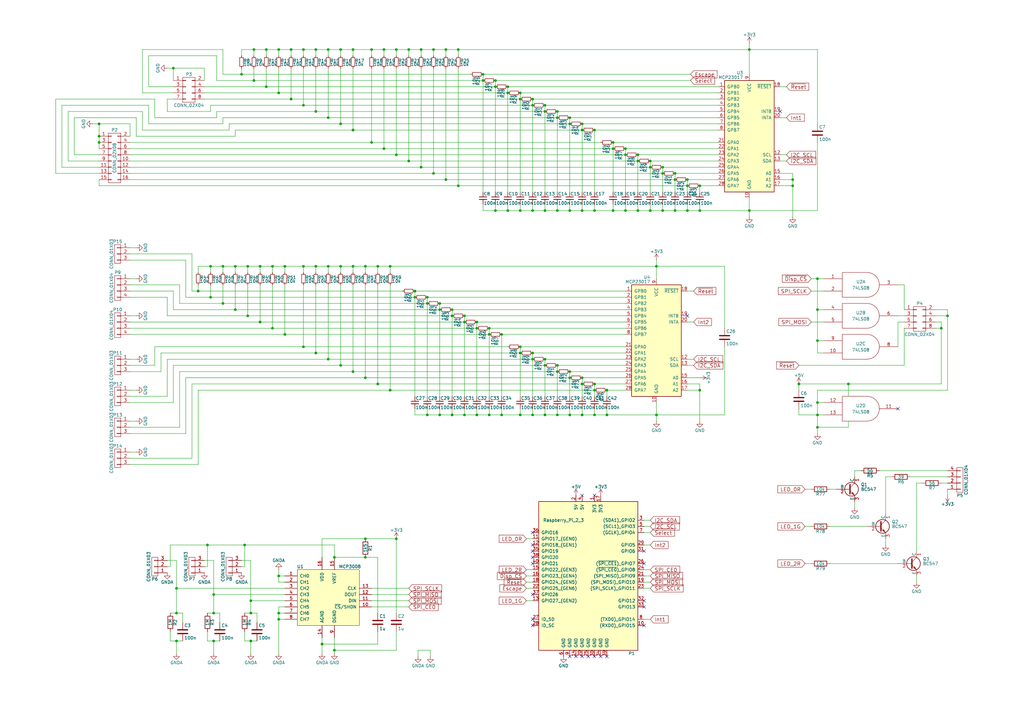
<source format=kicad_sch>
(kicad_sch (version 20211123) (generator eeschema)
  (paper "A3")
  (title_block (title "Pédale Vite") (date "2017-01-10") (rev "1.1") (comment 1 "Licensed under WTFPL v2") (comment 2 "Author: Laurent DE SORAS") (comment 4 "Main board"))
  (junction (at 116.84 137.16))
  (junction (at 170.18 121.92))
  (junction (at 129.54 144.78))
  (junction (at 177.8 71.12))
  (junction (at 114.3 38.1))
  (junction (at 243.84 170.18))
  (junction (at 287.02 160.02))
  (junction (at 91.44 124.46))
  (junction (at 72.39 262.89))
  (junction (at 119.38 40.64))
  (junction (at 218.44 147.32))
  (junction (at 101.6 109.22))
  (junction (at 99.06 30.48))
  (junction (at 175.26 124.46))
  (junction (at 106.68 109.22))
  (junction (at 327.66 157.48))
  (junction (at 81.28 119.38))
  (junction (at 248.92 160.02))
  (junction (at 213.36 144.78))
  (junction (at 144.78 152.4))
  (junction (at 223.52 170.18))
  (junction (at 134.62 48.26))
  (junction (at 223.52 86.36))
  (junction (at 190.5 132.08))
  (junction (at 190.5 129.54))
  (junction (at 149.86 220.98))
  (junction (at 203.2 86.36))
  (junction (at 213.36 170.18))
  (junction (at 129.54 109.22))
  (junction (at 86.36 109.22))
  (junction (at 175.26 121.92))
  (junction (at 200.66 137.16))
  (junction (at 87.63 251.46))
  (junction (at 243.84 157.48))
  (junction (at 307.34 20.32))
  (junction (at 218.44 144.78))
  (junction (at 104.14 20.32))
  (junction (at 157.48 20.32))
  (junction (at 205.74 137.16))
  (junction (at 139.7 149.86))
  (junction (at 87.63 262.89))
  (junction (at 243.84 86.36))
  (junction (at 182.88 20.32))
  (junction (at 102.87 246.38))
  (junction (at 40.64 58.42))
  (junction (at 218.44 86.36))
  (junction (at 190.5 170.18))
  (junction (at 71.12 27.94))
  (junction (at 139.7 50.8))
  (junction (at 223.52 147.32))
  (junction (at 256.54 60.96))
  (junction (at 85.09 223.52))
  (junction (at 269.24 109.22))
  (junction (at 149.86 228.6))
  (junction (at 233.68 154.94))
  (junction (at 187.96 20.32))
  (junction (at 198.12 33.02))
  (junction (at 208.28 38.1))
  (junction (at 335.28 114.3))
  (junction (at 228.6 152.4))
  (junction (at 233.68 48.26))
  (junction (at 139.7 109.22))
  (junction (at 203.2 33.02))
  (junction (at 102.87 251.46))
  (junction (at 86.36 121.92))
  (junction (at 124.46 43.18))
  (junction (at 248.92 170.18))
  (junction (at 213.36 38.1))
  (junction (at 91.44 109.22))
  (junction (at 238.76 86.36))
  (junction (at 134.62 109.22))
  (junction (at 182.88 73.66))
  (junction (at 261.62 66.04))
  (junction (at 149.86 154.94))
  (junction (at 325.12 73.66))
  (junction (at 335.28 175.26))
  (junction (at 238.76 157.48))
  (junction (at 256.54 86.36))
  (junction (at 251.46 58.42))
  (junction (at 175.26 170.18))
  (junction (at 72.39 251.46))
  (junction (at 152.4 20.32))
  (junction (at 40.64 55.88))
  (junction (at 152.4 58.42))
  (junction (at 111.76 134.62))
  (junction (at 198.12 30.48))
  (junction (at 160.02 109.22))
  (junction (at 228.6 45.72))
  (junction (at 203.2 35.56))
  (junction (at 266.7 86.36))
  (junction (at 96.52 109.22))
  (junction (at 388.62 129.54))
  (junction (at 271.78 71.12))
  (junction (at 205.74 170.18))
  (junction (at 154.94 157.48))
  (junction (at 261.62 63.5))
  (junction (at 157.48 60.96))
  (junction (at 243.84 160.02))
  (junction (at 276.86 73.66))
  (junction (at 134.62 147.32))
  (junction (at 228.6 149.86))
  (junction (at 228.6 170.18))
  (junction (at 195.58 132.08))
  (junction (at 162.56 63.5))
  (junction (at 154.94 109.22))
  (junction (at 307.34 86.36))
  (junction (at 335.28 170.18))
  (junction (at 208.28 86.36))
  (junction (at 281.94 76.2))
  (junction (at 233.68 50.8))
  (junction (at 195.58 134.62))
  (junction (at 276.86 71.12))
  (junction (at 213.36 86.36))
  (junction (at 170.18 119.38))
  (junction (at 347.98 157.48))
  (junction (at 233.68 170.18))
  (junction (at 180.34 124.46))
  (junction (at 218.44 40.64))
  (junction (at 167.64 20.32))
  (junction (at 172.72 20.32))
  (junction (at 144.78 109.22))
  (junction (at 208.28 35.56))
  (junction (at 100.33 223.52))
  (junction (at 256.54 63.5))
  (junction (at 185.42 127))
  (junction (at 180.34 127))
  (junction (at 238.76 53.34))
  (junction (at 129.54 45.72))
  (junction (at 223.52 43.18))
  (junction (at 276.86 86.36))
  (junction (at 266.7 68.58))
  (junction (at 335.28 139.7))
  (junction (at 109.22 35.56))
  (junction (at 149.86 109.22))
  (junction (at 124.46 20.32))
  (junction (at 139.7 20.32))
  (junction (at 223.52 149.86))
  (junction (at 281.94 73.66))
  (junction (at 185.42 129.54))
  (junction (at 144.78 53.34))
  (junction (at 233.68 86.36))
  (junction (at 137.16 228.6))
  (junction (at 167.64 66.04))
  (junction (at 195.58 170.18))
  (junction (at 251.46 60.96))
  (junction (at 233.68 152.4))
  (junction (at 106.68 132.08))
  (junction (at 228.6 48.26))
  (junction (at 271.78 86.36))
  (junction (at 124.46 142.24))
  (junction (at 271.78 68.58))
  (junction (at 116.84 109.22))
  (junction (at 185.42 170.18))
  (junction (at 287.02 76.2))
  (junction (at 96.52 127))
  (junction (at 228.6 86.36))
  (junction (at 180.34 170.18))
  (junction (at 102.87 262.89))
  (junction (at 129.54 20.32))
  (junction (at 40.64 50.8))
  (junction (at 87.63 243.84))
  (junction (at 134.62 20.32))
  (junction (at 218.44 170.18))
  (junction (at 177.8 20.32))
  (junction (at 111.76 109.22))
  (junction (at 261.62 86.36))
  (junction (at 238.76 170.18))
  (junction (at 251.46 86.36))
  (junction (at 144.78 20.32))
  (junction (at 109.22 20.32))
  (junction (at 213.36 40.64))
  (junction (at 124.46 109.22))
  (junction (at 287.02 86.36))
  (junction (at 386.08 134.62))
  (junction (at 266.7 66.04))
  (junction (at 114.3 20.32))
  (junction (at 325.12 76.2))
  (junction (at 238.76 50.8))
  (junction (at 137.16 266.7))
  (junction (at 160.02 160.02))
  (junction (at 162.56 220.98))
  (junction (at 187.96 76.2))
  (junction (at 213.36 142.24))
  (junction (at 104.14 33.02))
  (junction (at 72.39 241.3))
  (junction (at 281.94 86.36))
  (junction (at 200.66 134.62))
  (junction (at 335.28 165.1))
  (junction (at 162.56 20.32))
  (junction (at 172.72 68.58))
  (junction (at 119.38 20.32))
  (junction (at 238.76 154.94))
  (junction (at 132.08 264.16))
  (junction (at 218.44 43.18))
  (junction (at 223.52 45.72))
  (junction (at 114.3 254))
  (junction (at 114.3 236.22))
  (junction (at 269.24 170.18))
  (junction (at 200.66 170.18))
  (junction (at 243.84 53.34))
  (junction (at 101.6 129.54))
  (junction (at 335.28 127))
  (junction (at 114.3 251.46))
  (no_connect (at 241.3 269.24))
  (no_connect (at 243.84 203.2))
  (no_connect (at 218.44 256.54))
  (no_connect (at 368.3 167.64))
  (no_connect (at 233.68 269.24))
  (no_connect (at 264.16 226.06))
  (no_connect (at 218.44 254))
  (no_connect (at 264.16 256.54))
  (no_connect (at 218.44 231.14))
  (no_connect (at 218.44 228.6))
  (no_connect (at 236.22 269.24))
  (no_connect (at 281.94 129.54))
  (no_connect (at 218.44 243.84))
  (no_connect (at 264.16 246.38))
  (no_connect (at 248.92 269.24))
  (no_connect (at 218.44 226.06))
  (no_connect (at 243.84 269.24))
  (no_connect (at 264.16 231.14))
  (no_connect (at 238.76 203.2))
  (no_connect (at 218.44 218.44))
  (no_connect (at 238.76 269.24))
  (no_connect (at 320.04 45.72))
  (no_connect (at 246.38 269.24))
  (no_connect (at 218.44 223.52))
  (no_connect (at 264.16 248.92))
  (wire (pts (xy 170.18 119.38) (xy 256.54 119.38)))
  (wire (pts (xy 175.26 170.18) (xy 175.26 167.64)))
  (wire (pts (xy 294.64 53.34) (xy 243.84 53.34)))
  (wire (pts (xy 91.44 124.46) (xy 91.44 116.84)))
  (wire (pts (xy 218.44 236.22) (xy 215.9 236.22)))
  (wire (pts (xy 154.94 109.22) (xy 160.02 109.22)))
  (wire (pts (xy 175.26 170.18) (xy 180.34 170.18)))
  (wire (pts (xy 129.54 20.32) (xy 134.62 20.32)))
  (wire (pts (xy 195.58 134.62) (xy 195.58 162.56)))
  (wire (pts (xy 375.92 198.12) (xy 375.92 226.06)))
  (wire (pts (xy 53.34 68.58) (xy 172.72 68.58)))
  (wire (pts (xy 281.94 154.94) (xy 287.02 154.94)))
  (wire (pts (xy 373.38 195.58) (xy 388.62 195.58)))
  (wire (pts (xy 160.02 109.22) (xy 269.24 109.22)))
  (wire (pts (xy 200.66 137.16) (xy 200.66 134.62)))
  (wire (pts (xy 218.44 43.18) (xy 218.44 78.74)))
  (wire (pts (xy 116.84 251.46) (xy 114.3 251.46)))
  (wire (pts (xy 208.28 38.1) (xy 208.28 78.74)))
  (wire (pts (xy 213.36 162.56) (xy 213.36 144.78)))
  (wire (pts (xy 154.94 109.22) (xy 154.94 111.76)))
  (wire (pts (xy 284.48 132.08) (xy 281.94 132.08)))
  (wire (pts (xy 276.86 83.82) (xy 276.86 86.36)))
  (wire (pts (xy 102.87 246.38) (xy 102.87 251.46)))
  (wire (pts (xy 96.52 55.88) (xy 55.88 55.88)))
  (wire (pts (xy 264.16 213.36) (xy 266.7 213.36)))
  (wire (pts (xy 76.2 121.92) (xy 76.2 106.68)))
  (wire (pts (xy 215.9 220.98) (xy 218.44 220.98)))
  (wire (pts (xy 53.34 187.96) (xy 78.74 187.96)))
  (wire (pts (xy 218.44 40.64) (xy 218.44 43.18)))
  (wire (pts (xy 124.46 27.94) (xy 124.46 43.18)))
  (wire (pts (xy 53.34 129.54) (xy 55.88 129.54)))
  (wire (pts (xy 388.62 127) (xy 388.62 129.54)))
  (wire (pts (xy 104.14 27.94) (xy 104.14 33.02)))
  (wire (pts (xy 68.58 129.54) (xy 68.58 121.92)))
  (wire (pts (xy 116.84 248.92) (xy 114.3 248.92)))
  (wire (pts (xy 58.42 38.1) (xy 71.12 38.1)))
  (wire (pts (xy 281.94 86.36) (xy 287.02 86.36)))
  (wire (pts (xy 78.74 119.38) (xy 81.28 119.38)))
  (wire (pts (xy 104.14 33.02) (xy 198.12 33.02)))
  (wire (pts (xy 124.46 142.24) (xy 208.28 142.24)))
  (wire (pts (xy 200.66 170.18) (xy 205.74 170.18)))
  (wire (pts (xy 144.78 20.32) (xy 152.4 20.32)))
  (wire (pts (xy 73.66 124.46) (xy 73.66 116.84)))
  (wire (pts (xy 66.04 144.78) (xy 66.04 152.4)))
  (wire (pts (xy 335.28 165.1) (xy 337.82 165.1)))
  (wire (pts (xy 88.9 45.72) (xy 129.54 45.72)))
  (wire (pts (xy 152.4 243.84) (xy 167.64 243.84)))
  (wire (pts (xy 101.6 129.54) (xy 185.42 129.54)))
  (wire (pts (xy 102.87 229.87) (xy 102.87 246.38)))
  (wire (pts (xy 347.98 162.56) (xy 347.98 157.48)))
  (wire (pts (xy 325.12 73.66) (xy 325.12 76.2)))
  (wire (pts (xy 243.84 170.18) (xy 248.92 170.18)))
  (wire (pts (xy 137.16 223.52) (xy 137.16 228.6)))
  (wire (pts (xy 187.96 76.2) (xy 281.94 76.2)))
  (wire (pts (xy 160.02 160.02) (xy 243.84 160.02)))
  (wire (pts (xy 238.76 157.48) (xy 238.76 162.56)))
  (wire (pts (xy 335.28 127) (xy 335.28 139.7)))
  (wire (pts (xy 30.48 48.26) (xy 30.48 63.5)))
  (wire (pts (xy 208.28 35.56) (xy 208.28 38.1)))
  (wire (pts (xy 68.58 121.92) (xy 53.34 121.92)))
  (wire (pts (xy 190.5 132.08) (xy 190.5 162.56)))
  (wire (pts (xy 251.46 60.96) (xy 251.46 58.42)))
  (wire (pts (xy 83.82 27.94) (xy 83.82 33.02)))
  (wire (pts (xy 114.3 20.32) (xy 119.38 20.32)))
  (wire (pts (xy 223.52 86.36) (xy 228.6 86.36)))
  (wire (pts (xy 99.06 229.87) (xy 102.87 229.87)))
  (wire (pts (xy 96.52 116.84) (xy 96.52 127)))
  (wire (pts (xy 114.3 251.46) (xy 114.3 254)))
  (wire (pts (xy 134.62 48.26) (xy 228.6 48.26)))
  (wire (pts (xy 160.02 109.22) (xy 160.02 111.76)))
  (wire (pts (xy 223.52 45.72) (xy 223.52 78.74)))
  (wire (pts (xy 124.46 109.22) (xy 129.54 109.22)))
  (wire (pts (xy 215.9 238.76) (xy 218.44 238.76)))
  (wire (pts (xy 87.63 229.87) (xy 87.63 243.84)))
  (wire (pts (xy 152.4 20.32) (xy 157.48 20.32)))
  (wire (pts (xy 119.38 20.32) (xy 124.46 20.32)))
  (wire (pts (xy 195.58 170.18) (xy 200.66 170.18)))
  (wire (pts (xy 109.22 35.56) (xy 203.2 35.56)))
  (wire (pts (xy 119.38 40.64) (xy 213.36 40.64)))
  (wire (pts (xy 294.64 60.96) (xy 256.54 60.96)))
  (wire (pts (xy 281.94 160.02) (xy 287.02 160.02)))
  (wire (pts (xy 129.54 45.72) (xy 223.52 45.72)))
  (wire (pts (xy 68.58 147.32) (xy 68.58 162.56)))
  (wire (pts (xy 307.34 86.36) (xy 307.34 88.9)))
  (wire (pts (xy 53.34 172.72) (xy 55.88 172.72)))
  (wire (pts (xy 287.02 86.36) (xy 287.02 83.82)))
  (wire (pts (xy 76.2 177.8) (xy 53.34 177.8)))
  (wire (pts (xy 297.18 170.18) (xy 297.18 142.24)))
  (wire (pts (xy 327.66 170.18) (xy 327.66 167.64)))
  (wire (pts (xy 368.3 129.54) (xy 370.84 129.54)))
  (wire (pts (xy 307.34 17.78) (xy 307.34 20.32)))
  (wire (pts (xy 185.42 127) (xy 185.42 129.54)))
  (wire (pts (xy 100.33 232.41) (xy 99.06 232.41)))
  (wire (pts (xy 251.46 83.82) (xy 251.46 86.36)))
  (wire (pts (xy 383.54 134.62) (xy 386.08 134.62)))
  (wire (pts (xy 109.22 35.56) (xy 109.22 27.94)))
  (wire (pts (xy 162.56 20.32) (xy 167.64 20.32)))
  (wire (pts (xy 68.58 162.56) (xy 53.34 162.56)))
  (wire (pts (xy 71.12 40.64) (xy 68.58 40.64)))
  (wire (pts (xy 104.14 20.32) (xy 109.22 20.32)))
  (wire (pts (xy 335.28 139.7) (xy 335.28 144.78)))
  (wire (pts (xy 198.12 30.48) (xy 198.12 33.02)))
  (wire (pts (xy 22.86 40.64) (xy 63.5 40.64)))
  (wire (pts (xy 223.52 86.36) (xy 223.52 83.82)))
  (wire (pts (xy 205.74 170.18) (xy 213.36 170.18)))
  (wire (pts (xy 144.78 109.22) (xy 144.78 111.76)))
  (wire (pts (xy 86.36 109.22) (xy 86.36 111.76)))
  (wire (pts (xy 101.6 109.22) (xy 106.68 109.22)))
  (wire (pts (xy 68.58 147.32) (xy 134.62 147.32)))
  (wire (pts (xy 78.74 119.38) (xy 78.74 104.14)))
  (wire (pts (xy 91.44 124.46) (xy 175.26 124.46)))
  (wire (pts (xy 68.58 40.64) (xy 68.58 45.72)))
  (wire (pts (xy 71.12 149.86) (xy 139.7 149.86)))
  (wire (pts (xy 350.52 193.04) (xy 353.06 193.04)))
  (wire (pts (xy 330.2 200.66) (xy 332.74 200.66)))
  (wire (pts (xy 149.86 109.22) (xy 154.94 109.22)))
  (wire (pts (xy 38.1 50.8) (xy 40.64 50.8)))
  (wire (pts (xy 40.64 50.8) (xy 40.64 55.88)))
  (wire (pts (xy 261.62 66.04) (xy 261.62 63.5)))
  (wire (pts (xy 129.54 116.84) (xy 129.54 144.78)))
  (wire (pts (xy 119.38 40.64) (xy 119.38 27.94)))
  (wire (pts (xy 325.12 76.2) (xy 325.12 88.9)))
  (wire (pts (xy 187.96 20.32) (xy 187.96 22.86)))
  (wire (pts (xy 96.52 53.34) (xy 96.52 55.88)))
  (wire (pts (xy 85.09 251.46) (xy 87.63 251.46)))
  (wire (pts (xy 223.52 149.86) (xy 223.52 147.32)))
  (wire (pts (xy 269.24 109.22) (xy 269.24 114.3)))
  (wire (pts (xy 198.12 86.36) (xy 203.2 86.36)))
  (wire (pts (xy 129.54 109.22) (xy 134.62 109.22)))
  (wire (pts (xy 139.7 109.22) (xy 144.78 109.22)))
  (wire (pts (xy 233.68 48.26) (xy 233.68 50.8)))
  (wire (pts (xy 307.34 86.36) (xy 335.28 86.36)))
  (wire (pts (xy 114.3 27.94) (xy 114.3 38.1)))
  (wire (pts (xy 350.52 193.04) (xy 350.52 195.58)))
  (wire (pts (xy 223.52 43.18) (xy 294.64 43.18)))
  (wire (pts (xy 144.78 53.34) (xy 238.76 53.34)))
  (wire (pts (xy 85.09 262.89) (xy 87.63 262.89)))
  (wire (pts (xy 276.86 71.12) (xy 276.86 73.66)))
  (wire (pts (xy 360.68 193.04) (xy 388.62 193.04)))
  (wire (pts (xy 85.09 259.08) (xy 85.09 262.89)))
  (wire (pts (xy 233.68 162.56) (xy 233.68 154.94)))
  (wire (pts (xy 228.6 48.26) (xy 228.6 78.74)))
  (wire (pts (xy 218.44 40.64) (xy 294.64 40.64)))
  (wire (pts (xy 335.28 170.18) (xy 337.82 170.18)))
  (wire (pts (xy 177.8 27.94) (xy 177.8 71.12)))
  (wire (pts (xy 134.62 20.32) (xy 139.7 20.32)))
  (wire (pts (xy 180.34 124.46) (xy 256.54 124.46)))
  (wire (pts (xy 185.42 170.18) (xy 185.42 167.64)))
  (wire (pts (xy 152.4 20.32) (xy 152.4 22.86)))
  (wire (pts (xy 182.88 20.32) (xy 182.88 22.86)))
  (wire (pts (xy 307.34 81.28) (xy 307.34 86.36)))
  (wire (pts (xy 283.21 30.48) (xy 198.12 30.48)))
  (wire (pts (xy 86.36 109.22) (xy 91.44 109.22)))
  (wire (pts (xy 102.87 267.97) (xy 102.87 262.89)))
  (wire (pts (xy 276.86 73.66) (xy 276.86 78.74)))
  (wire (pts (xy 119.38 20.32) (xy 119.38 22.86)))
  (wire (pts (xy 332.74 132.08) (xy 337.82 132.08)))
  (wire (pts (xy 213.36 38.1) (xy 213.36 40.64)))
  (wire (pts (xy 93.98 50.8) (xy 139.7 50.8)))
  (wire (pts (xy 124.46 142.24) (xy 124.46 116.84)))
  (wire (pts (xy 269.24 165.1) (xy 269.24 170.18)))
  (wire (pts (xy 388.62 129.54) (xy 388.62 160.02)))
  (wire (pts (xy 53.34 63.5) (xy 162.56 63.5)))
  (wire (pts (xy 228.6 45.72) (xy 294.64 45.72)))
  (wire (pts (xy 149.86 228.6) (xy 154.94 228.6)))
  (wire (pts (xy 134.62 109.22) (xy 134.62 111.76)))
  (wire (pts (xy 271.78 83.82) (xy 271.78 86.36)))
  (wire (pts (xy 124.46 43.18) (xy 218.44 43.18)))
  (wire (pts (xy 243.84 160.02) (xy 243.84 157.48)))
  (wire (pts (xy 72.39 262.89) (xy 74.93 262.89)))
  (wire (pts (xy 218.44 144.78) (xy 218.44 147.32)))
  (wire (pts (xy 114.3 248.92) (xy 114.3 251.46)))
  (wire (pts (xy 60.96 50.8) (xy 91.44 50.8)))
  (wire (pts (xy 363.22 195.58) (xy 365.76 195.58)))
  (wire (pts (xy 66.04 144.78) (xy 129.54 144.78)))
  (wire (pts (xy 223.52 162.56) (xy 223.52 149.86)))
  (wire (pts (xy 208.28 86.36) (xy 213.36 86.36)))
  (wire (pts (xy 137.16 266.7) (xy 137.16 267.97)))
  (wire (pts (xy 86.36 45.72) (xy 86.36 43.18)))
  (wire (pts (xy 238.76 78.74) (xy 238.76 53.34)))
  (wire (pts (xy 25.4 68.58) (xy 25.4 43.18)))
  (wire (pts (xy 271.78 68.58) (xy 294.64 68.58)))
  (wire (pts (xy 233.68 154.94) (xy 233.68 152.4)))
  (wire (pts (xy 162.56 63.5) (xy 162.56 27.94)))
  (wire (pts (xy 340.36 215.9) (xy 355.6 215.9)))
  (wire (pts (xy 182.88 20.32) (xy 187.96 20.32)))
  (wire (pts (xy 335.28 114.3) (xy 337.82 114.3)))
  (wire (pts (xy 203.2 86.36) (xy 208.28 86.36)))
  (wire (pts (xy 233.68 86.36) (xy 238.76 86.36)))
  (wire (pts (xy 287.02 76.2) (xy 287.02 78.74)))
  (wire (pts (xy 73.66 152.4) (xy 144.78 152.4)))
  (wire (pts (xy 111.76 134.62) (xy 195.58 134.62)))
  (wire (pts (xy 91.44 30.48) (xy 91.44 20.32)))
  (wire (pts (xy 116.84 109.22) (xy 124.46 109.22)))
  (wire (pts (xy 139.7 20.32) (xy 144.78 20.32)))
  (wire (pts (xy 228.6 152.4) (xy 228.6 162.56)))
  (wire (pts (xy 187.96 27.94) (xy 187.96 76.2)))
  (wire (pts (xy 76.2 121.92) (xy 86.36 121.92)))
  (wire (pts (xy 213.36 40.64) (xy 213.36 78.74)))
  (wire (pts (xy 238.76 83.82) (xy 238.76 86.36)))
  (wire (pts (xy 81.28 190.5) (xy 53.34 190.5)))
  (wire (pts (xy 388.62 127) (xy 383.54 127)))
  (wire (pts (xy 170.18 121.92) (xy 170.18 162.56)))
  (wire (pts (xy 53.34 50.8) (xy 53.34 55.88)))
  (wire (pts (xy 180.34 170.18) (xy 185.42 170.18)))
  (wire (pts (xy 213.36 167.64) (xy 213.36 170.18)))
  (wire (pts (xy 53.34 114.3) (xy 55.88 114.3)))
  (wire (pts (xy 238.76 50.8) (xy 294.64 50.8)))
  (wire (pts (xy 88.9 33.02) (xy 104.14 33.02)))
  (wire (pts (xy 91.44 50.8) (xy 91.44 48.26)))
  (wire (pts (xy 276.86 86.36) (xy 281.94 86.36)))
  (wire (pts (xy 243.84 162.56) (xy 243.84 160.02)))
  (wire (pts (xy 68.58 229.87) (xy 72.39 229.87)))
  (wire (pts (xy 76.2 106.68) (xy 53.34 106.68)))
  (wire (pts (xy 294.64 66.04) (xy 266.7 66.04)))
  (wire (pts (xy 368.3 142.24) (xy 368.3 132.08)))
  (wire (pts (xy 264.16 233.68) (xy 266.7 233.68)))
  (wire (pts (xy 96.52 53.34) (xy 144.78 53.34)))
  (wire (pts (xy 228.6 86.36) (xy 228.6 83.82)))
  (wire (pts (xy 256.54 83.82) (xy 256.54 86.36)))
  (wire (pts (xy 238.76 167.64) (xy 238.76 170.18)))
  (wire (pts (xy 251.46 86.36) (xy 256.54 86.36)))
  (wire (pts (xy 53.34 132.08) (xy 106.68 132.08)))
  (wire (pts (xy 370.84 149.86) (xy 370.84 134.62)))
  (wire (pts (xy 72.39 229.87) (xy 72.39 241.3)))
  (wire (pts (xy 243.84 86.36) (xy 251.46 86.36)))
  (wire (pts (xy 330.2 231.14) (xy 332.74 231.14)))
  (wire (pts (xy 85.09 232.41) (xy 85.09 223.52)))
  (wire (pts (xy 177.8 20.32) (xy 177.8 22.86)))
  (wire (pts (xy 347.98 175.26) (xy 335.28 175.26)))
  (wire (pts (xy 284.48 147.32) (xy 281.94 147.32)))
  (wire (pts (xy 238.76 86.36) (xy 243.84 86.36)))
  (wire (pts (xy 248.92 170.18) (xy 269.24 170.18)))
  (wire (pts (xy 106.68 116.84) (xy 106.68 132.08)))
  (wire (pts (xy 76.2 154.94) (xy 149.86 154.94)))
  (wire (pts (xy 154.94 264.16) (xy 154.94 259.08)))
  (wire (pts (xy 71.12 33.02) (xy 71.12 27.94)))
  (wire (pts (xy 269.24 109.22) (xy 297.18 109.22)))
  (wire (pts (xy 248.92 170.18) (xy 248.92 167.64)))
  (wire (pts (xy 256.54 137.16) (xy 205.74 137.16)))
  (wire (pts (xy 53.34 73.66) (xy 182.88 73.66)))
  (wire (pts (xy 208.28 35.56) (xy 294.64 35.56)))
  (wire (pts (xy 388.62 160.02) (xy 335.28 160.02)))
  (wire (pts (xy 307.34 20.32) (xy 335.28 20.32)))
  (wire (pts (xy 190.5 170.18) (xy 190.5 167.64)))
  (wire (pts (xy 215.9 241.3) (xy 218.44 241.3)))
  (wire (pts (xy 114.3 20.32) (xy 114.3 22.86)))
  (wire (pts (xy 144.78 116.84) (xy 144.78 152.4)))
  (wire (pts (xy 132.08 220.98) (xy 132.08 228.6)))
  (wire (pts (xy 91.44 30.48) (xy 99.06 30.48)))
  (wire (pts (xy 243.84 83.82) (xy 243.84 86.36)))
  (wire (pts (xy 157.48 20.32) (xy 157.48 22.86)))
  (wire (pts (xy 71.12 149.86) (xy 71.12 165.1)))
  (wire (pts (xy 53.34 137.16) (xy 116.84 137.16)))
  (wire (pts (xy 213.36 86.36) (xy 213.36 83.82)))
  (wire (pts (xy 144.78 152.4) (xy 228.6 152.4)))
  (wire (pts (xy 330.2 215.9) (xy 332.74 215.9)))
  (wire (pts (xy 144.78 27.94) (xy 144.78 53.34)))
  (wire (pts (xy 116.84 116.84) (xy 116.84 137.16)))
  (wire (pts (xy 71.12 27.94) (xy 83.82 27.94)))
  (wire (pts (xy 53.34 160.02) (xy 55.88 160.02)))
  (wire (pts (xy 87.63 251.46) (xy 90.17 251.46)))
  (wire (pts (xy 200.66 167.64) (xy 200.66 170.18)))
  (wire (pts (xy 248.92 160.02) (xy 248.92 162.56)))
  (wire (pts (xy 60.96 35.56) (xy 71.12 35.56)))
  (wire (pts (xy 172.72 20.32) (xy 177.8 20.32)))
  (wire (pts (xy 388.62 129.54) (xy 383.54 129.54)))
  (wire (pts (xy 83.82 38.1) (xy 114.3 38.1)))
  (wire (pts (xy 53.34 58.42) (xy 152.4 58.42)))
  (wire (pts (xy 74.93 251.46) (xy 74.93 255.27)))
  (wire (pts (xy 213.36 142.24) (xy 256.54 142.24)))
  (wire (pts (xy 69.85 259.08) (xy 69.85 262.89)))
  (wire (pts (xy 223.52 170.18) (xy 228.6 170.18)))
  (wire (pts (xy 137.16 228.6) (xy 149.86 228.6)))
  (wire (pts (xy 223.52 43.18) (xy 223.52 45.72)))
  (wire (pts (xy 322.58 48.26) (xy 320.04 48.26)))
  (wire (pts (xy 264.16 241.3) (xy 266.7 241.3)))
  (wire (pts (xy 213.36 86.36) (xy 218.44 86.36)))
  (wire (pts (xy 88.9 22.86) (xy 60.96 22.86)))
  (wire (pts (xy 53.34 60.96) (xy 157.48 60.96)))
  (wire (pts (xy 90.17 251.46) (xy 90.17 255.27)))
  (wire (pts (xy 213.36 170.18) (xy 218.44 170.18)))
  (wire (pts (xy 213.36 38.1) (xy 294.64 38.1)))
  (wire (pts (xy 251.46 58.42) (xy 294.64 58.42)))
  (wire (pts (xy 218.44 170.18) (xy 223.52 170.18)))
  (wire (pts (xy 261.62 63.5) (xy 294.64 63.5)))
  (wire (pts (xy 73.66 175.26) (xy 53.34 175.26)))
  (wire (pts (xy 83.82 229.87) (xy 87.63 229.87)))
  (wire (pts (xy 350.52 205.74) (xy 350.52 208.28)))
  (wire (pts (xy 124.46 20.32) (xy 129.54 20.32)))
  (wire (pts (xy 175.26 121.92) (xy 175.26 124.46)))
  (wire (pts (xy 116.84 109.22) (xy 116.84 111.76)))
  (wire (pts (xy 72.39 241.3) (xy 116.84 241.3)))
  (wire (pts (xy 370.84 116.84) (xy 370.84 127)))
  (wire (pts (xy 129.54 20.32) (xy 129.54 22.86)))
  (wire (pts (xy 256.54 63.5) (xy 256.54 78.74)))
  (wire (pts (xy 93.98 53.34) (xy 93.98 50.8)))
  (wire (pts (xy 81.28 119.38) (xy 165.1 119.38)))
  (wire (pts (xy 114.3 38.1) (xy 208.28 38.1)))
  (wire (pts (xy 114.3 236.22) (xy 114.3 238.76)))
  (wire (pts (xy 162.56 20.32) (xy 162.56 22.86)))
  (wire (pts (xy 100.33 262.89) (xy 102.87 262.89)))
  (wire (pts (xy 172.72 68.58) (xy 266.7 68.58)))
  (wire (pts (xy 40.64 66.04) (xy 27.94 66.04)))
  (wire (pts (xy 40.64 58.42) (xy 40.64 60.96)))
  (wire (pts (xy 200.66 162.56) (xy 200.66 137.16)))
  (wire (pts (xy 228.6 86.36) (xy 233.68 86.36)))
  (wire (pts (xy 347.98 157.48) (xy 327.66 157.48)))
  (wire (pts (xy 132.08 261.62) (xy 132.08 264.16)))
  (wire (pts (xy 256.54 154.94) (xy 238.76 154.94)))
  (wire (pts (xy 27.94 66.04) (xy 27.94 45.72)))
  (wire (pts (xy 335.28 114.3) (xy 335.28 127)))
  (wire (pts (xy 170.18 170.18) (xy 170.18 167.64)))
  (wire (pts (xy 162.56 63.5) (xy 256.54 63.5)))
  (wire (pts (xy 195.58 132.08) (xy 195.58 134.62)))
  (wire (pts (xy 81.28 109.22) (xy 86.36 109.22)))
  (wire (pts (xy 53.34 134.62) (xy 111.76 134.62)))
  (wire (pts (xy 256.54 149.86) (xy 228.6 149.86)))
  (wire (pts (xy 269.24 106.68) (xy 269.24 109.22)))
  (wire (pts (xy 111.76 109.22) (xy 116.84 109.22)))
  (wire (pts (xy 22.86 71.12) (xy 22.86 40.64)))
  (wire (pts (xy 71.12 127) (xy 96.52 127)))
  (wire (pts (xy 388.62 200.66) (xy 388.62 203.2)))
  (wire (pts (xy 132.08 220.98) (xy 149.86 220.98)))
  (wire (pts (xy 251.46 78.74) (xy 251.46 60.96)))
  (wire (pts (xy 198.12 83.82) (xy 198.12 86.36)))
  (wire (pts (xy 40.64 55.88) (xy 40.64 58.42)))
  (wire (pts (xy 157.48 60.96) (xy 251.46 60.96)))
  (wire (pts (xy 104.14 20.32) (xy 104.14 22.86)))
  (wire (pts (xy 53.34 71.12) (xy 177.8 71.12)))
  (wire (pts (xy 171.45 266.7) (xy 171.45 269.24)))
  (wire (pts (xy 256.54 86.36) (xy 261.62 86.36)))
  (wire (pts (xy 162.56 266.7) (xy 162.56 259.08)))
  (wire (pts (xy 233.68 170.18) (xy 238.76 170.18)))
  (wire (pts (xy 139.7 109.22) (xy 139.7 111.76)))
  (wire (pts (xy 266.7 86.36) (xy 271.78 86.36)))
  (wire (pts (xy 175.26 124.46) (xy 175.26 162.56)))
  (wire (pts (xy 266.7 236.22) (xy 264.16 236.22)))
  (wire (pts (xy 116.84 137.16) (xy 200.66 137.16)))
  (wire (pts (xy 200.66 134.62) (xy 256.54 134.62)))
  (wire (pts (xy 335.28 139.7) (xy 337.82 139.7)))
  (wire (pts (xy 40.64 71.12) (xy 22.86 71.12)))
  (wire (pts (xy 91.44 109.22) (xy 91.44 111.76)))
  (wire (pts (xy 167.64 20.32) (xy 167.64 22.86)))
  (wire (pts (xy 102.87 251.46) (xy 105.41 251.46)))
  (wire (pts (xy 203.2 35.56) (xy 203.2 78.74)))
  (wire (pts (xy 223.52 167.64) (xy 223.52 170.18)))
  (wire (pts (xy 167.64 66.04) (xy 261.62 66.04)))
  (wire (pts (xy 53.34 101.6) (xy 55.88 101.6)))
  (wire (pts (xy 266.7 238.76) (xy 264.16 238.76)))
  (wire (pts (xy 63.5 142.24) (xy 124.46 142.24)))
  (wire (pts (xy 58.42 53.34) (xy 93.98 53.34)))
  (wire (pts (xy 139.7 50.8) (xy 233.68 50.8)))
  (wire (pts (xy 139.7 20.32) (xy 139.7 22.86)))
  (wire (pts (xy 271.78 78.74) (xy 271.78 71.12)))
  (wire (pts (xy 386.08 132.08) (xy 386.08 134.62)))
  (wire (pts (xy 294.64 71.12) (xy 276.86 71.12)))
  (wire (pts (xy 335.28 86.36) (xy 335.28 58.42)))
  (wire (pts (xy 363.22 195.58) (xy 363.22 210.82)))
  (wire (pts (xy 40.64 76.2) (xy 187.96 76.2)))
  (wire (pts (xy 256.54 144.78) (xy 218.44 144.78)))
  (wire (pts (xy 370.84 149.86) (xy 327.66 149.86)))
  (wire (pts (xy 256.54 60.96) (xy 256.54 63.5)))
  (wire (pts (xy 185.42 129.54) (xy 185.42 162.56)))
  (wire (pts (xy 106.68 109.22) (xy 111.76 109.22)))
  (wire (pts (xy 99.06 30.48) (xy 193.04 30.48)))
  (wire (pts (xy 218.44 86.36) (xy 223.52 86.36)))
  (wire (pts (xy 281.94 76.2) (xy 281.94 73.66)))
  (wire (pts (xy 215.9 246.38) (xy 218.44 246.38)))
  (wire (pts (xy 139.7 149.86) (xy 223.52 149.86)))
  (wire (pts (xy 129.54 109.22) (xy 129.54 111.76)))
  (wire (pts (xy 134.62 109.22) (xy 139.7 109.22)))
  (wire (pts (xy 283.21 33.02) (xy 203.2 33.02)))
  (wire (pts (xy 152.4 246.38) (xy 167.64 246.38)))
  (wire (pts (xy 335.28 170.18) (xy 335.28 175.26)))
  (wire (pts (xy 102.87 246.38) (xy 116.84 246.38)))
  (wire (pts (xy 58.42 20.32) (xy 58.42 38.1)))
  (wire (pts (xy 287.02 157.48) (xy 287.02 160.02)))
  (wire (pts (xy 63.5 149.86) (xy 53.34 149.86)))
  (wire (pts (xy 281.94 83.82) (xy 281.94 86.36)))
  (wire (pts (xy 71.12 165.1) (xy 53.34 165.1)))
  (wire (pts (xy 58.42 45.72) (xy 58.42 53.34)))
  (wire (pts (xy 160.02 116.84) (xy 160.02 160.02)))
  (wire (pts (xy 81.28 160.02) (xy 81.28 190.5)))
  (wire (pts (xy 144.78 20.32) (xy 144.78 22.86)))
  (wire (pts (xy 100.33 259.08) (xy 100.33 262.89)))
  (wire (pts (xy 55.88 55.88) (xy 55.88 48.26)))
  (wire (pts (xy 256.54 160.02) (xy 248.92 160.02)))
  (wire (pts (xy 53.34 66.04) (xy 167.64 66.04)))
  (wire (pts (xy 375.92 198.12) (xy 378.46 198.12)))
  (wire (pts (xy 281.94 157.48) (xy 287.02 157.48)))
  (wire (pts (xy 96.52 127) (xy 180.34 127)))
  (wire (pts (xy 152.4 58.42) (xy 246.38 58.42)))
  (wire (pts (xy 185.42 127) (xy 256.54 127)))
  (wire (pts (xy 109.22 20.32) (xy 109.22 22.86)))
  (wire (pts (xy 81.28 109.22) (xy 81.28 111.76)))
  (wire (pts (xy 96.52 109.22) (xy 96.52 111.76)))
  (wire (pts (xy 139.7 116.84) (xy 139.7 149.86)))
  (wire (pts (xy 154.94 157.48) (xy 238.76 157.48)))
  (wire (pts (xy 68.58 232.41) (xy 69.85 232.41)))
  (wire (pts (xy 87.63 262.89) (xy 90.17 262.89)))
  (wire (pts (xy 320.04 71.12) (xy 325.12 71.12)))
  (wire (pts (xy 266.7 68.58) (xy 266.7 78.74)))
  (wire (pts (xy 73.66 116.84) (xy 53.34 116.84)))
  (wire (pts (xy 180.34 127) (xy 180.34 162.56)))
  (wire (pts (xy 297.18 109.22) (xy 297.18 134.62)))
  (wire (pts (xy 73.66 152.4) (xy 73.66 175.26)))
  (wire (pts (xy 27.94 45.72) (xy 58.42 45.72)))
  (wire (pts (xy 368.3 132.08) (xy 370.84 132.08)))
  (wire (pts (xy 243.84 53.34) (xy 243.84 78.74)))
  (wire (pts (xy 284.48 149.86) (xy 281.94 149.86)))
  (wire (pts (xy 176.53 266.7) (xy 171.45 266.7)))
  (wire (pts (xy 335.28 175.26) (xy 335.28 177.8)))
  (wire (pts (xy 66.04 152.4) (xy 53.34 152.4)))
  (wire (pts (xy 137.16 266.7) (xy 162.56 266.7)))
  (wire (pts (xy 149.86 116.84) (xy 149.86 154.94)))
  (wire (pts (xy 195.58 132.08) (xy 256.54 132.08)))
  (wire (pts (xy 218.44 167.64) (xy 218.44 170.18)))
  (wire (pts (xy 335.28 127) (xy 337.82 127)))
  (wire (pts (xy 78.74 104.14) (xy 53.34 104.14)))
  (wire (pts (xy 340.36 200.66) (xy 342.9 200.66)))
  (wire (pts (xy 81.28 160.02) (xy 160.02 160.02)))
  (wire (pts (xy 69.85 262.89) (xy 72.39 262.89)))
  (wire (pts (xy 72.39 251.46) (xy 74.93 251.46)))
  (wire (pts (xy 177.8 71.12) (xy 271.78 71.12)))
  (wire (pts (xy 100.33 223.52) (xy 100.33 232.41)))
  (wire (pts (xy 105.41 251.46) (xy 105.41 255.27)))
  (wire (pts (xy 238.76 53.34) (xy 238.76 50.8)))
  (wire (pts (xy 335.28 165.1) (xy 335.28 170.18)))
  (wire (pts (xy 386.08 132.08) (xy 383.54 132.08)))
  (wire (pts (xy 375.92 236.22) (xy 375.92 238.76)))
  (wire (pts (xy 218.44 147.32) (xy 218.44 162.56)))
  (wire (pts (xy 162.56 220.98) (xy 162.56 251.46)))
  (wire (pts (xy 182.88 27.94) (xy 182.88 73.66)))
  (wire (pts (xy 185.42 170.18) (xy 190.5 170.18)))
  (wire (pts (xy 386.08 198.12) (xy 388.62 198.12)))
  (wire (pts (xy 96.52 109.22) (xy 101.6 109.22)))
  (wire (pts (xy 347.98 172.72) (xy 347.98 175.26)))
  (wire (pts (xy 264.16 215.9) (xy 266.7 215.9)))
  (wire (pts (xy 88.9 48.26) (xy 88.9 45.72)))
  (wire (pts (xy 198.12 33.02) (xy 198.12 78.74)))
  (wire (pts (xy 266.7 83.82) (xy 266.7 86.36)))
  (wire (pts (xy 132.08 264.16) (xy 132.08 267.97)))
  (wire (pts (xy 124.46 20.32) (xy 124.46 22.86)))
  (wire (pts (xy 100.33 223.52) (xy 137.16 223.52)))
  (wire (pts (xy 215.9 233.68) (xy 218.44 233.68)))
  (wire (pts (xy 25.4 43.18) (xy 60.96 43.18)))
  (wire (pts (xy 69.85 232.41) (xy 69.85 223.52)))
  (wire (pts (xy 152.4 58.42) (xy 152.4 27.94)))
  (wire (pts (xy 271.78 71.12) (xy 271.78 68.58)))
  (wire (pts (xy 243.84 167.64) (xy 243.84 170.18)))
  (wire (pts (xy 137.16 261.62) (xy 137.16 266.7)))
  (wire (pts (xy 218.44 86.36) (xy 218.44 83.82)))
  (wire (pts (xy 340.36 231.14) (xy 368.3 231.14)))
  (wire (pts (xy 114.3 254) (xy 114.3 267.97)))
  (wire (pts (xy 76.2 154.94) (xy 76.2 177.8)))
  (wire (pts (xy 228.6 167.64) (xy 228.6 170.18)))
  (wire (pts (xy 86.36 121.92) (xy 170.18 121.92)))
  (wire (pts (xy 264.16 254) (xy 266.7 254)))
  (wire (pts (xy 55.88 48.26) (xy 30.48 48.26)))
  (wire (pts (xy 69.85 223.52) (xy 85.09 223.52)))
  (wire (pts (xy 327.66 170.18) (xy 335.28 170.18)))
  (wire (pts (xy 190.5 170.18) (xy 195.58 170.18)))
  (wire (pts (xy 144.78 109.22) (xy 149.86 109.22)))
  (wire (pts (xy 386.08 134.62) (xy 386.08 157.48)))
  (wire (pts (xy 78.74 157.48) (xy 154.94 157.48)))
  (wire (pts (xy 203.2 83.82) (xy 203.2 86.36)))
  (wire (pts (xy 91.44 48.26) (xy 134.62 48.26)))
  (wire (pts (xy 167.64 27.94) (xy 167.64 66.04)))
  (wire (pts (xy 287.02 160.02) (xy 287.02 172.72)))
  (wire (pts (xy 180.34 124.46) (xy 180.34 127)))
  (wire (pts (xy 327.66 157.48) (xy 327.66 160.02)))
  (wire (pts (xy 72.39 241.3) (xy 72.39 251.46)))
  (wire (pts (xy 109.22 20.32) (xy 114.3 20.32)))
  (wire (pts (xy 63.5 40.64) (xy 63.5 48.26)))
  (wire (pts (xy 91.44 20.32) (xy 58.42 20.32)))
  (wire (pts (xy 322.58 66.04) (xy 320.04 66.04)))
  (wire (pts (xy 269.24 170.18) (xy 297.18 170.18)))
  (wire (pts (xy 182.88 73.66) (xy 276.86 73.66)))
  (wire (pts (xy 139.7 50.8) (xy 139.7 27.94)))
  (wire (pts (xy 167.64 20.32) (xy 172.72 20.32)))
  (wire (pts (xy 322.58 35.56) (xy 320.04 35.56)))
  (wire (pts (xy 177.8 20.32) (xy 182.88 20.32)))
  (wire (pts (xy 83.82 40.64) (xy 119.38 40.64)))
  (wire (pts (xy 322.58 63.5) (xy 320.04 63.5)))
  (wire (pts (xy 175.26 121.92) (xy 256.54 121.92)))
  (wire (pts (xy 271.78 86.36) (xy 276.86 86.36)))
  (wire (pts (xy 287.02 86.36) (xy 307.34 86.36)))
  (wire (pts (xy 63.5 48.26) (xy 88.9 48.26)))
  (wire (pts (xy 106.68 132.08) (xy 190.5 132.08)))
  (wire (pts (xy 71.12 119.38) (xy 53.34 119.38)))
  (wire (pts (xy 40.64 50.8) (xy 53.34 50.8)))
  (wire (pts (xy 132.08 264.16) (xy 154.94 264.16)))
  (wire (pts (xy 228.6 149.86) (xy 228.6 152.4)))
  (wire (pts (xy 86.36 43.18) (xy 124.46 43.18)))
  (wire (pts (xy 53.34 185.42) (xy 55.88 185.42)))
  (wire (pts (xy 30.48 63.5) (xy 40.64 63.5)))
  (wire (pts (xy 134.62 20.32) (xy 134.62 22.86)))
  (wire (pts (xy 167.64 241.3) (xy 152.4 241.3)))
  (wire (pts (xy 281.94 73.66) (xy 294.64 73.66)))
  (wire (pts (xy 386.08 157.48) (xy 347.98 157.48)))
  (wire (pts (xy 223.52 147.32) (xy 256.54 147.32)))
  (wire (pts (xy 68.58 129.54) (xy 101.6 129.54)))
  (wire (pts (xy 72.39 267.97) (xy 72.39 262.89)))
  (wire (pts (xy 269.24 170.18) (xy 269.24 172.72)))
  (wire (pts (xy 63.5 142.24) (xy 63.5 149.86)))
  (wire (pts (xy 149.86 109.22) (xy 149.86 111.76)))
  (wire (pts (xy 86.36 116.84) (xy 86.36 121.92)))
  (wire (pts (xy 129.54 144.78) (xy 213.36 144.78)))
  (wire (pts (xy 261.62 83.82) (xy 261.62 86.36)))
  (wire (pts (xy 40.64 68.58) (xy 25.4 68.58)))
  (wire (pts (xy 68.58 45.72) (xy 86.36 45.72)))
  (wire (pts (xy 243.84 157.48) (xy 256.54 157.48)))
  (wire (pts (xy 69.85 251.46) (xy 72.39 251.46)))
  (wire (pts (xy 176.53 269.24) (xy 176.53 266.7)))
  (wire (pts (xy 320.04 73.66) (xy 325.12 73.66)))
  (wire (pts (xy 154.94 116.84) (xy 154.94 157.48)))
  (wire (pts (xy 124.46 109.22) (xy 124.46 111.76)))
  (wire (pts (xy 213.36 144.78) (xy 213.36 142.24)))
  (wire (pts (xy 187.96 20.32) (xy 307.34 20.32)))
  (wire (pts (xy 195.58 170.18) (xy 195.58 167.64)))
  (wire (pts (xy 83.82 35.56) (xy 109.22 35.56)))
  (wire (pts (xy 332.74 114.3) (xy 335.28 114.3)))
  (wire (pts (xy 325.12 71.12) (xy 325.12 73.66)))
  (wire (pts (xy 190.5 129.54) (xy 256.54 129.54)))
  (wire (pts (xy 264.16 218.44) (xy 266.7 218.44)))
  (wire (pts (xy 87.63 243.84) (xy 87.63 251.46)))
  (wire (pts (xy 99.06 20.32) (xy 104.14 20.32)))
  (wire (pts (xy 149.86 220.98) (xy 162.56 220.98)))
  (wire (pts (xy 157.48 20.32) (xy 162.56 20.32)))
  (wire (pts (xy 335.28 160.02) (xy 335.28 165.1)))
  (wire (pts (xy 83.82 232.41) (xy 85.09 232.41)))
  (wire (pts (xy 134.62 147.32) (xy 134.62 116.84)))
  (wire (pts (xy 172.72 27.94) (xy 172.72 68.58)))
  (wire (pts (xy 170.18 119.38) (xy 170.18 121.92)))
  (wire (pts (xy 363.22 220.98) (xy 363.22 223.52)))
  (wire (pts (xy 102.87 262.89) (xy 105.41 262.89)))
  (wire (pts (xy 88.9 33.02) (xy 88.9 22.86)))
  (wire (pts (xy 85.09 223.52) (xy 100.33 223.52)))
  (wire (pts (xy 129.54 45.72) (xy 129.54 27.94)))
  (wire (pts (xy 99.06 20.32) (xy 99.06 22.86)))
  (wire (pts (xy 134.62 27.94) (xy 134.62 48.26)))
  (wire (pts (xy 114.3 233.68) (xy 114.3 236.22)))
  (wire (pts (xy 60.96 43.18) (xy 60.96 50.8)))
  (wire (pts (xy 71.12 127) (xy 71.12 119.38)))
  (wire (pts (xy 266.7 66.04) (xy 266.7 68.58)))
  (wire (pts (xy 284.48 119.38) (xy 281.94 119.38)))
  (wire (pts (xy 78.74 187.96) (xy 78.74 157.48)))
  (wire (pts (xy 180.34 170.18) (xy 180.34 167.64)))
  (wire (pts (xy 281.94 78.74) (xy 281.94 76.2)))
  (wire (pts (xy 81.28 119.38) (xy 81.28 116.84)))
  (wire (pts (xy 205.74 137.16) (xy 205.74 162.56)))
  (wire (pts (xy 73.66 124.46) (xy 91.44 124.46)))
  (wire (pts (xy 149.86 154.94) (xy 233.68 154.94)))
  (wire (pts (xy 332.74 119.38) (xy 337.82 119.38)))
  (wire (pts (xy 111.76 109.22) (xy 111.76 111.76)))
  (wire (pts (xy 228.6 45.72) (xy 228.6 48.26)))
  (wire (pts (xy 114.3 238.76) (xy 116.84 238.76)))
  (wire (pts (xy 53.34 147.32) (xy 55.88 147.32)))
  (wire (pts (xy 233.68 86.36) (xy 233.68 83.82)))
  (wire (pts (xy 154.94 228.6) (xy 154.94 251.46)))
  (wire (pts (xy 294.64 76.2) (xy 287.02 76.2)))
  (wire (pts (xy 203.2 33.02) (xy 203.2 35.56)))
  (wire (pts (xy 335.28 144.78) (xy 337.82 144.78)))
  (wire (pts (xy 208.28 86.36) (xy 208.28 83.82)))
  (wire (pts (xy 307.34 20.32) (xy 307.34 30.48)))
  (wire (pts (xy 87.63 243.84) (xy 116.84 243.84)))
  (wire (pts (xy 99.06 27.94) (xy 99.06 30.48)))
  (wire (pts (xy 68.58 27.94) (xy 71.12 27.94)))
  (wire (pts (xy 325.12 76.2) (xy 320.04 76.2)))
  (wire (pts (xy 228.6 170.18) (xy 233.68 170.18)))
  (wire (pts (xy 91.44 109.22) (xy 96.52 109.22)))
  (wire (pts (xy 114.3 254) (xy 116.84 254)))
  (wire (pts (xy 167.64 248.92) (xy 152.4 248.92)))
  (wire (pts (xy 116.84 236.22) (xy 114.3 236.22)))
  (wire (pts (xy 111.76 134.62) (xy 111.76 116.84)))
  (wire (pts (xy 134.62 147.32) (xy 218.44 147.32)))
  (wire (pts (xy 261.62 86.36) (xy 266.7 86.36)))
  (wire (pts (xy 157.48 27.94) (xy 157.48 60.96)))
  (wire (pts (xy 60.96 22.86) (xy 60.96 35.56)))
  (wire (pts (xy 87.63 267.97) (xy 87.63 262.89)))
  (wire (pts (xy 264.16 223.52) (xy 266.7 223.52)))
  (wire (pts (xy 100.33 251.46) (xy 102.87 251.46)))
  (wire (pts (xy 101.6 129.54) (xy 101.6 116.84)))
  (wire (pts (xy 233.68 167.64) (xy 233.68 170.18)))
  (wire (pts (xy 233.68 48.26) (xy 294.64 48.26)))
  (wire (pts (xy 233.68 152.4) (xy 256.54 152.4)))
  (wire (pts (xy 172.72 20.32) (xy 172.72 22.86)))
  (wire (pts (xy 170.18 170.18) (xy 175.26 170.18)))
  (wire (pts (xy 238.76 170.18) (xy 243.84 170.18)))
  (wire (pts (xy 335.28 20.32) (xy 335.28 50.8)))
  (wire (pts (xy 40.64 76.2) (xy 40.64 73.66)))
  (wire (pts (xy 190.5 129.54) (xy 190.5 132.08)))
  (wire (pts (xy 238.76 154.94) (xy 238.76 157.48)))
  (wire (pts (xy 368.3 116.84) (xy 370.84 116.84)))
  (wire (pts (xy 205.74 167.64) (xy 205.74 170.18)))
  (wire (pts (xy 233.68 50.8) (xy 233.68 78.74)))
  (wire (pts (xy 261.62 78.74) (xy 261.62 66.04)))
  (wire (pts (xy 101.6 109.22) (xy 101.6 111.76)))
  (wire (pts (xy 106.68 109.22) (xy 106.68 111.76)))
  (global_label "~{Disp_CS}" (shape input) (at 215.9 236.22 180) (effects (font (size 1.524 1.524))) (property "Intersheet References" "${INTERSHEET_REFS}" (effects hide)))
  (global_label "SPI_SCLK" (shape input) (at 332.74 119.38 180) (effects (font (size 1.524 1.524))) (property "Intersheet References" "${INTERSHEET_REFS}" (effects hide)))
  (global_label "~{Disp_CS}" (shape input) (at 332.74 114.3 180) (effects (font (size 1.524 1.524))) (property "Intersheet References" "${INTERSHEET_REFS}" (effects hide)))
  (global_label "Int2" (shape input) (at 284.48 132.08 0) (effects (font (size 1.524 1.524))) (property "Intersheet References" "${INTERSHEET_REFS}" (effects hide)))
  (global_label "I2C_SDA" (shape input) (at 322.58 66.04 0) (effects (font (size 1.524 1.524))) (property "Intersheet References" "${INTERSHEET_REFS}" (effects hide)))
  (global_label "SPI_MOSI" (shape input) (at 167.64 246.38 0) (effects (font (size 1.524 1.524))) (property "Intersheet References" "${INTERSHEET_REFS}" (effects hide)))
  (global_label "I2C_SCL" (shape input) (at 284.48 147.32 0) (effects (font (size 1.524 1.524))) (property "Intersheet References" "${INTERSHEET_REFS}" (effects hide)))
  (global_label "SPI_MOSI" (shape input) (at 332.74 132.08 180) (effects (font (size 1.524 1.524))) (property "Intersheet References" "${INTERSHEET_REFS}" (effects hide)))
  (global_label "LED_0R" (shape input) (at 215.9 220.98 180) (effects (font (size 1.524 1.524))) (property "Intersheet References" "${INTERSHEET_REFS}" (effects hide)))
  (global_label "Int1" (shape input) (at 266.7 254 0) (effects (font (size 1.524 1.524))) (property "Intersheet References" "${INTERSHEET_REFS}" (effects hide)))
  (global_label "LED_1G" (shape input) (at 215.9 246.38 180) (effects (font (size 1.524 1.524))) (property "Intersheet References" "${INTERSHEET_REFS}" (effects hide)))
  (global_label "SPI_MISO" (shape input) (at 167.64 243.84 0) (effects (font (size 1.524 1.524))) (property "Intersheet References" "${INTERSHEET_REFS}" (effects hide)))
  (global_label "~{Reset}" (shape input) (at 327.66 149.86 180) (effects (font (size 1.524 1.524))) (property "Intersheet References" "${INTERSHEET_REFS}" (effects hide)))
  (global_label "SPI_SCLK" (shape input) (at 167.64 241.3 0) (effects (font (size 1.524 1.524))) (property "Intersheet References" "${INTERSHEET_REFS}" (effects hide)))
  (global_label "I2C_SDA" (shape input) (at 266.7 213.36 0) (effects (font (size 1.524 1.524))) (property "Intersheet References" "${INTERSHEET_REFS}" (effects hide)))
  (global_label "LED_1G" (shape input) (at 330.2 215.9 180) (effects (font (size 1.524 1.524))) (property "Intersheet References" "${INTERSHEET_REFS}" (effects hide)))
  (global_label "Select" (shape input) (at 266.7 218.44 0) (effects (font (size 1.524 1.524))) (property "Intersheet References" "${INTERSHEET_REFS}" (effects hide)))
  (global_label "I2C_SCL" (shape input) (at 322.58 63.5 0) (effects (font (size 1.524 1.524))) (property "Intersheet References" "${INTERSHEET_REFS}" (effects hide)))
  (global_label "~{Reset}" (shape input) (at 215.9 238.76 180) (effects (font (size 1.524 1.524))) (property "Intersheet References" "${INTERSHEET_REFS}" (effects hide)))
  (global_label "Escape" (shape input) (at 215.9 241.3 180) (effects (font (size 1.524 1.524))) (property "Intersheet References" "${INTERSHEET_REFS}" (effects hide)))
  (global_label "SPI_SCLK" (shape input) (at 266.7 241.3 0) (effects (font (size 1.524 1.524))) (property "Intersheet References" "${INTERSHEET_REFS}" (effects hide)))
  (global_label "Int2" (shape input) (at 266.7 223.52 0) (effects (font (size 1.524 1.524))) (property "Intersheet References" "${INTERSHEET_REFS}" (effects hide)))
  (global_label "I2C_SDA" (shape input) (at 284.48 149.86 0) (effects (font (size 1.524 1.524))) (property "Intersheet References" "${INTERSHEET_REFS}" (effects hide)))
  (global_label "Select" (shape input) (at 283.21 33.02 0) (effects (font (size 1.524 1.524))) (property "Intersheet References" "${INTERSHEET_REFS}" (effects hide)))
  (global_label "~{Reset}" (shape input) (at 284.48 119.38 0) (effects (font (size 1.524 1.524))) (property "Intersheet References" "${INTERSHEET_REFS}" (effects hide)))
  (global_label "I2C_SCL" (shape input) (at 266.7 215.9 0) (effects (font (size 1.524 1.524))) (property "Intersheet References" "${INTERSHEET_REFS}" (effects hide)))
  (global_label "LED_2R" (shape input) (at 330.2 231.14 180) (effects (font (size 1.524 1.524))) (property "Intersheet References" "${INTERSHEET_REFS}" (effects hide)))
  (global_label "LED_2R" (shape input) (at 215.9 233.68 180) (effects (font (size 1.524 1.524))) (property "Intersheet References" "${INTERSHEET_REFS}" (effects hide)))
  (global_label "SPI_MISO" (shape input) (at 266.7 236.22 0) (effects (font (size 1.524 1.524))) (property "Intersheet References" "${INTERSHEET_REFS}" (effects hide)))
  (global_label "LED_0R" (shape input) (at 330.2 200.66 180) (effects (font (size 1.524 1.524))) (property "Intersheet References" "${INTERSHEET_REFS}" (effects hide)))
  (global_label "~{Reset}" (shape input) (at 322.58 35.56 0) (effects (font (size 1.524 1.524))) (property "Intersheet References" "${INTERSHEET_REFS}" (effects hide)))
  (global_label "SPI_CE0" (shape input) (at 266.7 233.68 0) (effects (font (size 1.524 1.524))) (property "Intersheet References" "${INTERSHEET_REFS}" (effects hide)))
  (global_label "Int1" (shape input) (at 322.58 48.26 0) (effects (font (size 1.524 1.524))) (property "Intersheet References" "${INTERSHEET_REFS}" (effects hide)))
  (global_label "SPI_MOSI" (shape input) (at 266.7 238.76 0) (effects (font (size 1.524 1.524))) (property "Intersheet References" "${INTERSHEET_REFS}" (effects hide)))
  (global_label "Escape" (shape input) (at 283.21 30.48 0) (effects (font (size 1.524 1.524))) (property "Intersheet References" "${INTERSHEET_REFS}" (effects hide)))
  (global_label "SPI_CE0" (shape input) (at 167.64 248.92 0) (effects (font (size 1.524 1.524))) (property "Intersheet References" "${INTERSHEET_REFS}" (effects hide)))
  (symbol (lib_id "pcb-v1_1-rescue:MCP23017") (at 307.34 55.88 0) (unit 1)
    (property "Reference" "U3" (at 304.8 29.845 0) (effects (justify right)))
    (property "Value" "MCP23017" (at 304.8 31.75 0) (effects (justify right)))
    (property "Footprint" "Housings_DIP:DIP-28_W7.62mm_Socket" (effects hide))
  )
  (symbol (lib_id "pcb-v1_1-rescue:MCP23017") (at 269.24 139.7 0) (unit 1)
    (property "Reference" "U4" (at 266.7 113.665 0) (effects (justify right)))
    (property "Value" "MCP23017" (at 266.7 115.57 0) (effects (justify right)))
    (property "Footprint" "Housings_DIP:DIP-28_W7.62mm_Socket" (effects hide))
  )
  (symbol (lib_id "pcb-v1_1-rescue:R") (at 149.86 224.79 0) (unit 1)
    (property "Reference" "R1" (at 151.892 224.79 90))
    (property "Value" "1k5" (at 149.86 224.79 90))
    (property "Footprint" "Resistors_THT:Resistor_Horizontal_RM7mm" (effects hide))
  )
  (symbol (lib_id "pcb-v1_1-rescue:C") (at 154.94 255.27 0) (unit 1)
    (property "Reference" "C1" (at 155.575 252.73 0) (effects (justify left)))
    (property "Value" "1u" (at 155.575 257.81 0) (effects (justify left)))
    (property "Footprint" "Capacitors_THT:C_Disc_D3_P2.5" (effects hide))
  )
  (symbol (lib_id "pcb-v1_1-rescue:GND") (at 231.14 269.24 0) (unit 1)
    (property "Reference" "#PWR01" (effects hide))
    (property "Value" "GND" (at 231.14 273.05 0))
  )
  (symbol (lib_id "pcb-v1_1-rescue:GND") (at 137.16 267.97 0) (unit 1)
    (property "Reference" "#PWR02" (effects hide))
    (property "Value" "GND" (at 137.16 271.78 0))
  )
  (symbol (lib_id "pcb-v1_1-rescue:+3V3") (at 162.56 220.98 0) (unit 1)
    (property "Reference" "#PWR03" (effects hide))
    (property "Value" "+3V3" (at 162.56 217.424 0))
  )
  (symbol (lib_id "pcb-v1_1-rescue:C") (at 162.56 255.27 0) (unit 1)
    (property "Reference" "C2" (at 163.195 252.73 0) (effects (justify left)))
    (property "Value" "1u" (at 163.195 257.81 0) (effects (justify left)))
    (property "Footprint" "Capacitors_THT:C_Disc_D3_P2.5" (effects hide))
  )
  (symbol (lib_id "pcb-v1_1-rescue:GNDA") (at 132.08 267.97 0) (unit 1)
    (property "Reference" "#PWR04" (effects hide))
    (property "Value" "GNDA" (at 132.08 271.78 0))
  )
  (symbol (lib_id "pcb-v1_1-rescue:GND") (at 176.53 269.24 0) (unit 1)
    (property "Reference" "#PWR05" (effects hide))
    (property "Value" "GND" (at 176.53 273.05 0))
  )
  (symbol (lib_id "pcb-v1_1-rescue:GNDA") (at 171.45 269.24 0) (unit 1)
    (property "Reference" "#PWR06" (effects hide))
    (property "Value" "GNDA" (at 171.45 273.05 0))
  )
  (symbol (lib_id "pcb-v1_1-rescue:GNDA") (at 114.3 267.97 0) (unit 1)
    (property "Reference" "#PWR07" (effects hide))
    (property "Value" "GNDA" (at 114.3 271.78 0))
  )
  (symbol (lib_id "pcb-v1_1-rescue:C") (at 105.41 259.08 0) (unit 1)
    (property "Reference" "C5" (at 106.045 256.54 0) (effects (justify left)))
    (property "Value" "100n" (at 106.045 261.62 0) (effects (justify left)))
    (property "Footprint" "Capacitors_THT:C_Disc_D3_P2.5" (effects hide))
  )
  (symbol (lib_id "pcb-v1_1-rescue:R") (at 100.33 255.27 0) (unit 1)
    (property "Reference" "R4" (at 102.362 255.27 90))
    (property "Value" "1M" (at 100.33 255.27 90))
    (property "Footprint" "Resistors_THT:Resistor_Horizontal_RM7mm" (effects hide))
  )
  (symbol (lib_id "pcb-v1_1-rescue:GNDA") (at 102.87 267.97 0) (unit 1)
    (property "Reference" "#PWR08" (effects hide))
    (property "Value" "GNDA" (at 102.87 271.78 0))
  )
  (symbol (lib_id "pcb-v1_1-rescue:C") (at 90.17 259.08 0) (unit 1)
    (property "Reference" "C4" (at 90.805 256.54 0) (effects (justify left)))
    (property "Value" "100n" (at 90.805 261.62 0) (effects (justify left)))
    (property "Footprint" "Capacitors_THT:C_Disc_D3_P2.5" (effects hide))
  )
  (symbol (lib_id "pcb-v1_1-rescue:R") (at 85.09 255.27 0) (unit 1)
    (property "Reference" "R3" (at 87.122 255.27 90))
    (property "Value" "1M" (at 85.09 255.27 90))
    (property "Footprint" "Resistors_THT:Resistor_Horizontal_RM7mm" (effects hide))
  )
  (symbol (lib_id "pcb-v1_1-rescue:GNDA") (at 87.63 267.97 0) (unit 1)
    (property "Reference" "#PWR09" (effects hide))
    (property "Value" "GNDA" (at 87.63 271.78 0))
  )
  (symbol (lib_id "pcb-v1_1-rescue:C") (at 74.93 259.08 0) (unit 1)
    (property "Reference" "C3" (at 75.565 256.54 0) (effects (justify left)))
    (property "Value" "100n" (at 75.565 261.62 0) (effects (justify left)))
    (property "Footprint" "Capacitors_THT:C_Disc_D3_P2.5" (effects hide))
  )
  (symbol (lib_id "pcb-v1_1-rescue:R") (at 69.85 255.27 0) (unit 1)
    (property "Reference" "R2" (at 71.882 255.27 90))
    (property "Value" "1M" (at 69.85 255.27 90))
    (property "Footprint" "Resistors_THT:Resistor_Horizontal_RM7mm" (effects hide))
  )
  (symbol (lib_id "pcb-v1_1-rescue:GNDA") (at 72.39 267.97 0) (unit 1)
    (property "Reference" "#PWR010" (effects hide))
    (property "Value" "GNDA" (at 72.39 271.78 0))
  )
  (symbol (lib_id "pcb-v1_1-rescue:GNDA") (at 114.3 233.68 180) (unit 1)
    (property "Reference" "#PWR011" (effects hide))
    (property "Value" "GNDA" (at 114.3 229.87 0))
  )
  (symbol (lib_id "pcb-v1_1-rescue:CONN_01X03") (at 93.98 232.41 180) (unit 1)
    (property "Reference" "P8" (at 93.98 237.49 0))
    (property "Value" "CONN_01X03" (at 91.44 232.41 90))
    (property "Footprint" "Connectors_Terminal_Blocks:TerminalBlock_Pheonix_MPT-2.54mm_3pol" (effects hide))
  )
  (symbol (lib_id "pcb-v1_1-rescue:GNDA") (at 99.06 234.95 0) (unit 1)
    (property "Reference" "#PWR012" (effects hide))
    (property "Value" "GNDA" (at 99.06 238.76 0))
  )
  (symbol (lib_id "pcb-v1_1-rescue:CONN_01X03") (at 78.74 232.41 180) (unit 1)
    (property "Reference" "P7" (at 78.74 237.49 0))
    (property "Value" "CONN_01X03" (at 76.2 232.41 90))
    (property "Footprint" "Connectors_Terminal_Blocks:TerminalBlock_Pheonix_MPT-2.54mm_3pol" (effects hide))
  )
  (symbol (lib_id "pcb-v1_1-rescue:GNDA") (at 83.82 234.95 0) (unit 1)
    (property "Reference" "#PWR013" (effects hide))
    (property "Value" "GNDA" (at 83.82 238.76 0))
  )
  (symbol (lib_id "pcb-v1_1-rescue:CONN_01X03") (at 63.5 232.41 180) (unit 1)
    (property "Reference" "P6" (at 63.5 237.49 0))
    (property "Value" "CONN_01X03" (at 60.96 232.41 90))
    (property "Footprint" "Connectors_Terminal_Blocks:TerminalBlock_Pheonix_MPT-2.54mm_3pol" (effects hide))
  )
  (symbol (lib_id "pcb-v1_1-rescue:GNDA") (at 68.58 234.95 0) (unit 1)
    (property "Reference" "#PWR014" (effects hide))
    (property "Value" "GNDA" (at 68.58 238.76 0))
  )
  (symbol (lib_id "pcb-v1_1-rescue:+3V3") (at 246.38 203.2 0) (unit 1)
    (property "Reference" "#PWR015" (effects hide))
    (property "Value" "+3V3" (at 246.38 199.644 0))
  )
  (symbol (lib_id "pcb-v1_1-rescue:+5V") (at 236.22 203.2 0) (unit 1)
    (property "Reference" "#PWR016" (effects hide))
    (property "Value" "+5V" (at 236.22 199.644 0))
  )
  (symbol (lib_id "pcb-v1_1-rescue:+3V3") (at 287.02 154.94 270) (unit 1)
    (property "Reference" "#PWR017" (effects hide))
    (property "Value" "+3V3" (at 290.576 154.94 0))
  )
  (symbol (lib_id "pcb-v1_1-rescue:GND") (at 287.02 172.72 0) (unit 1)
    (property "Reference" "#PWR018" (effects hide))
    (property "Value" "GND" (at 287.02 176.53 0))
  )
  (symbol (lib_id "pcb-v1_1-rescue:GND") (at 325.12 88.9 0) (unit 1)
    (property "Reference" "#PWR019" (effects hide))
    (property "Value" "GND" (at 325.12 92.71 0))
  )
  (symbol (lib_id "pcb-v1_1-rescue:+3V3") (at 307.34 17.78 0) (unit 1)
    (property "Reference" "#PWR020" (effects hide))
    (property "Value" "+3V3" (at 307.34 14.224 0))
  )
  (symbol (lib_id "pcb-v1_1-rescue:+3V3") (at 269.24 106.68 0) (unit 1)
    (property "Reference" "#PWR021" (effects hide))
    (property "Value" "+3V3" (at 269.24 103.124 0))
  )
  (symbol (lib_id "pcb-v1_1-rescue:GND") (at 307.34 88.9 0) (unit 1)
    (property "Reference" "#PWR022" (effects hide))
    (property "Value" "GND" (at 307.34 92.71 0))
  )
  (symbol (lib_id "pcb-v1_1-rescue:GND") (at 269.24 172.72 0) (unit 1)
    (property "Reference" "#PWR023" (effects hide))
    (property "Value" "GND" (at 269.24 176.53 0))
  )
  (symbol (lib_id "pcb-v1_1-rescue:C") (at 335.28 54.61 0) (unit 1)
    (property "Reference" "C7" (at 335.915 52.07 0) (effects (justify left)))
    (property "Value" "100n" (at 335.915 57.15 0) (effects (justify left)))
    (property "Footprint" "Capacitors_THT:C_Disc_D3_P2.5" (effects hide))
  )
  (symbol (lib_id "pcb-v1_1-rescue:C") (at 297.18 138.43 0) (unit 1)
    (property "Reference" "C26" (at 297.815 135.89 0) (effects (justify left)))
    (property "Value" "100n" (at 297.815 140.97 0) (effects (justify left)))
    (property "Footprint" "Capacitors_THT:C_Disc_D3_P2.5" (effects hide))
  )
  (symbol (lib_id "pcb-v1_1-rescue:C_Small") (at 287.02 81.28 0) (unit 1)
    (property "Reference" "C25" (at 287.274 79.502 0) (effects (justify left)))
    (property "Value" "100n" (at 287.274 83.312 0) (effects (justify left)))
    (property "Footprint" "Capacitors_THT:C_Disc_D3_P2.5" (effects hide))
  )
  (symbol (lib_id "pcb-v1_1-rescue:C_Small") (at 281.94 81.28 0) (unit 1)
    (property "Reference" "C24" (at 282.194 79.502 0) (effects (justify left)))
    (property "Value" "100n" (at 282.194 83.312 0) (effects (justify left)))
    (property "Footprint" "Capacitors_THT:C_Disc_D3_P2.5" (effects hide))
  )
  (symbol (lib_id "pcb-v1_1-rescue:C_Small") (at 276.86 81.28 0) (unit 1)
    (property "Reference" "C23" (at 277.114 79.502 0) (effects (justify left)))
    (property "Value" "100n" (at 277.114 83.312 0) (effects (justify left)))
    (property "Footprint" "Capacitors_THT:C_Disc_D3_P2.5" (effects hide))
  )
  (symbol (lib_id "pcb-v1_1-rescue:C_Small") (at 271.78 81.28 0) (unit 1)
    (property "Reference" "C22" (at 272.034 79.502 0) (effects (justify left)))
    (property "Value" "100n" (at 272.034 83.312 0) (effects (justify left)))
    (property "Footprint" "Capacitors_THT:C_Disc_D3_P2.5" (effects hide))
  )
  (symbol (lib_id "pcb-v1_1-rescue:C_Small") (at 266.7 81.28 0) (unit 1)
    (property "Reference" "C21" (at 266.954 79.502 0) (effects (justify left)))
    (property "Value" "100n" (at 266.954 83.312 0) (effects (justify left)))
    (property "Footprint" "Capacitors_THT:C_Disc_D3_P2.5" (effects hide))
  )
  (symbol (lib_id "pcb-v1_1-rescue:C_Small") (at 261.62 81.28 0) (unit 1)
    (property "Reference" "C20" (at 261.874 79.502 0) (effects (justify left)))
    (property "Value" "100n" (at 261.874 83.312 0) (effects (justify left)))
    (property "Footprint" "Capacitors_THT:C_Disc_D3_P2.5" (effects hide))
  )
  (symbol (lib_id "pcb-v1_1-rescue:C_Small") (at 256.54 81.28 0) (unit 1)
    (property "Reference" "C19" (at 256.794 79.502 0) (effects (justify left)))
    (property "Value" "100n" (at 256.794 83.312 0) (effects (justify left)))
    (property "Footprint" "Capacitors_THT:C_Disc_D3_P2.5" (effects hide))
  )
  (symbol (lib_id "pcb-v1_1-rescue:C_Small") (at 251.46 81.28 0) (unit 1)
    (property "Reference" "C18" (at 251.714 79.502 0) (effects (justify left)))
    (property "Value" "100n" (at 251.714 83.312 0) (effects (justify left)))
    (property "Footprint" "Capacitors_THT:C_Disc_D3_P2.5" (effects hide))
  )
  (symbol (lib_id "pcb-v1_1-rescue:C_Small") (at 243.84 81.28 0) (unit 1)
    (property "Reference" "C17" (at 244.094 79.502 0) (effects (justify left)))
    (property "Value" "100n" (at 244.094 83.312 0) (effects (justify left)))
    (property "Footprint" "Capacitors_THT:C_Disc_D3_P2.5" (effects hide))
  )
  (symbol (lib_id "pcb-v1_1-rescue:C_Small") (at 238.76 81.28 0) (unit 1)
    (property "Reference" "C16" (at 239.014 79.502 0) (effects (justify left)))
    (property "Value" "100n" (at 239.014 83.312 0) (effects (justify left)))
    (property "Footprint" "Capacitors_THT:C_Disc_D3_P2.5" (effects hide))
  )
  (symbol (lib_id "pcb-v1_1-rescue:C_Small") (at 233.68 81.28 0) (unit 1)
    (property "Reference" "C15" (at 233.934 79.502 0) (effects (justify left)))
    (property "Value" "100n" (at 233.934 83.312 0) (effects (justify left)))
    (property "Footprint" "Capacitors_THT:C_Disc_D3_P2.5" (effects hide))
  )
  (symbol (lib_id "pcb-v1_1-rescue:C_Small") (at 228.6 81.28 0) (unit 1)
    (property "Reference" "C14" (at 228.854 79.502 0) (effects (justify left)))
    (property "Value" "100n" (at 228.854 83.312 0) (effects (justify left)))
    (property "Footprint" "Capacitors_THT:C_Disc_D3_P2.5" (effects hide))
  )
  (symbol (lib_id "pcb-v1_1-rescue:C_Small") (at 223.52 81.28 0) (unit 1)
    (property "Reference" "C13" (at 223.774 79.502 0) (effects (justify left)))
    (property "Value" "100n" (at 223.774 83.312 0) (effects (justify left)))
    (property "Footprint" "Capacitors_THT:C_Disc_D3_P2.5" (effects hide))
  )
  (symbol (lib_id "pcb-v1_1-rescue:C_Small") (at 218.44 81.28 0) (unit 1)
    (property "Reference" "C12" (at 218.694 79.502 0) (effects (justify left)))
    (property "Value" "100n" (at 218.694 83.312 0) (effects (justify left)))
    (property "Footprint" "Capacitors_THT:C_Disc_D3_P2.5" (effects hide))
  )
  (symbol (lib_id "pcb-v1_1-rescue:C_Small") (at 213.36 81.28 0) (unit 1)
    (property "Reference" "C11" (at 213.614 79.502 0) (effects (justify left)))
    (property "Value" "100n" (at 213.614 83.312 0) (effects (justify left)))
    (property "Footprint" "Capacitors_THT:C_Disc_D3_P2.5" (effects hide))
  )
  (symbol (lib_id "pcb-v1_1-rescue:C_Small") (at 208.28 81.28 0) (unit 1)
    (property "Reference" "C10" (at 208.534 79.502 0) (effects (justify left)))
    (property "Value" "100n" (at 208.534 83.312 0) (effects (justify left)))
    (property "Footprint" "Capacitors_THT:C_Disc_D3_P2.5" (effects hide))
  )
  (symbol (lib_id "pcb-v1_1-rescue:R_Small") (at 284.48 76.2 270) (unit 1)
    (property "Reference" "R43" (at 284.988 76.962 0) (effects (justify left)))
    (property "Value" "10k" (at 283.464 76.962 0) (effects (justify left)))
    (property "Footprint" "Resistors_THT:Resistor_Horizontal_RM7mm" (effects hide))
  )
  (symbol (lib_id "pcb-v1_1-rescue:R_Small") (at 279.4 73.66 270) (unit 1)
    (property "Reference" "R42" (at 279.908 74.422 0) (effects (justify left)))
    (property "Value" "10k" (at 278.384 74.422 0) (effects (justify left)))
    (property "Footprint" "Resistors_THT:Resistor_Horizontal_RM7mm" (effects hide))
  )
  (symbol (lib_id "pcb-v1_1-rescue:R_Small") (at 274.32 71.12 270) (unit 1)
    (property "Reference" "R41" (at 274.828 71.882 0) (effects (justify left)))
    (property "Value" "10k" (at 273.304 71.882 0) (effects (justify left)))
    (property "Footprint" "Resistors_THT:Resistor_Horizontal_RM7mm" (effects hide))
  )
  (symbol (lib_id "pcb-v1_1-rescue:R_Small") (at 269.24 68.58 270) (unit 1)
    (property "Reference" "R40" (at 269.748 69.342 0) (effects (justify left)))
    (property "Value" "10k" (at 268.224 69.342 0) (effects (justify left)))
    (property "Footprint" "Resistors_THT:Resistor_Horizontal_RM7mm" (effects hide))
  )
  (symbol (lib_id "pcb-v1_1-rescue:R_Small") (at 264.16 66.04 270) (unit 1)
    (property "Reference" "R39" (at 264.668 66.802 0) (effects (justify left)))
    (property "Value" "10k" (at 263.144 66.802 0) (effects (justify left)))
    (property "Footprint" "Resistors_THT:Resistor_Horizontal_RM7mm" (effects hide))
  )
  (symbol (lib_id "pcb-v1_1-rescue:R_Small") (at 259.08 63.5 270) (unit 1)
    (property "Reference" "R38" (at 259.588 64.262 0) (effects (justify left)))
    (property "Value" "10k" (at 258.064 64.262 0) (effects (justify left)))
    (property "Footprint" "Resistors_THT:Resistor_Horizontal_RM7mm" (effects hide))
  )
  (symbol (lib_id "pcb-v1_1-rescue:R_Small") (at 254 60.96 270) (unit 1)
    (property "Reference" "R37" (at 254.508 61.722 0) (effects (justify left)))
    (property "Value" "10k" (at 252.984 61.722 0) (effects (justify left)))
    (property "Footprint" "Resistors_THT:Resistor_Horizontal_RM7mm" (effects hide))
  )
  (symbol (lib_id "pcb-v1_1-rescue:R_Small") (at 248.92 58.42 270) (unit 1)
    (property "Reference" "R36" (at 249.428 59.182 0) (effects (justify left)))
    (property "Value" "10k" (at 247.904 59.182 0) (effects (justify left)))
    (property "Footprint" "Resistors_THT:Resistor_Horizontal_RM7mm" (effects hide))
  )
  (symbol (lib_id "pcb-v1_1-rescue:R_Small") (at 241.3 53.34 270) (unit 1)
    (property "Reference" "R35" (at 241.808 54.102 0) (effects (justify left)))
    (property "Value" "10k" (at 240.284 54.102 0) (effects (justify left)))
    (property "Footprint" "Resistors_THT:Resistor_Horizontal_RM7mm" (effects hide))
  )
  (symbol (lib_id "pcb-v1_1-rescue:R_Small") (at 236.22 50.8 270) (unit 1)
    (property "Reference" "R34" (at 236.728 51.562 0) (effects (justify left)))
    (property "Value" "10k" (at 235.204 51.562 0) (effects (justify left)))
    (property "Footprint" "Resistors_THT:Resistor_Horizontal_RM7mm" (effects hide))
  )
  (symbol (lib_id "pcb-v1_1-rescue:R_Small") (at 231.14 48.26 270) (unit 1)
    (property "Reference" "R33" (at 231.648 49.022 0) (effects (justify left)))
    (property "Value" "10k" (at 230.124 49.022 0) (effects (justify left)))
    (property "Footprint" "Resistors_THT:Resistor_Horizontal_RM7mm" (effects hide))
  )
  (symbol (lib_id "pcb-v1_1-rescue:R_Small") (at 226.06 45.72 270) (unit 1)
    (property "Reference" "R32" (at 226.568 46.482 0) (effects (justify left)))
    (property "Value" "10k" (at 225.044 46.482 0) (effects (justify left)))
    (property "Footprint" "Resistors_THT:Resistor_Horizontal_RM7mm" (effects hide))
  )
  (symbol (lib_id "pcb-v1_1-rescue:R_Small") (at 220.98 43.18 270) (unit 1)
    (property "Reference" "R31" (at 221.488 43.942 0) (effects (justify left)))
    (property "Value" "10k" (at 219.964 43.942 0) (effects (justify left)))
    (property "Footprint" "Resistors_THT:Resistor_Horizontal_RM7mm" (effects hide))
  )
  (symbol (lib_id "pcb-v1_1-rescue:R_Small") (at 215.9 40.64 270) (unit 1)
    (property "Reference" "R30" (at 216.408 41.402 0) (effects (justify left)))
    (property "Value" "10k" (at 214.884 41.402 0) (effects (justify left)))
    (property "Footprint" "Resistors_THT:Resistor_Horizontal_RM7mm" (effects hide))
  )
  (symbol (lib_id "pcb-v1_1-rescue:R_Small") (at 210.82 38.1 270) (unit 1)
    (property "Reference" "R29" (at 211.328 38.862 0) (effects (justify left)))
    (property "Value" "10k" (at 209.804 38.862 0) (effects (justify left)))
    (property "Footprint" "Resistors_THT:Resistor_Horizontal_RM7mm" (effects hide))
  )
  (symbol (lib_id "pcb-v1_1-rescue:R_Small") (at 205.74 35.56 270) (unit 1)
    (property "Reference" "R28" (at 206.248 36.322 0) (effects (justify left)))
    (property "Value" "10k" (at 204.724 36.322 0) (effects (justify left)))
    (property "Footprint" "Resistors_THT:Resistor_Horizontal_RM7mm" (effects hide))
  )
  (symbol (lib_id "pcb-v1_1-rescue:R_Small") (at 187.96 25.4 0) (unit 1)
    (property "Reference" "R25" (at 188.722 24.892 0) (effects (justify left)))
    (property "Value" "10k" (at 188.722 26.416 0) (effects (justify left)))
    (property "Footprint" "Resistors_THT:Resistor_Horizontal_RM7mm" (effects hide))
  )
  (symbol (lib_id "pcb-v1_1-rescue:R_Small") (at 182.88 25.4 0) (unit 1)
    (property "Reference" "R24" (at 183.642 24.892 0) (effects (justify left)))
    (property "Value" "10k" (at 183.642 26.416 0) (effects (justify left)))
    (property "Footprint" "Resistors_THT:Resistor_Horizontal_RM7mm" (effects hide))
  )
  (symbol (lib_id "pcb-v1_1-rescue:R_Small") (at 177.8 25.4 0) (unit 1)
    (property "Reference" "R23" (at 178.562 24.892 0) (effects (justify left)))
    (property "Value" "10k" (at 178.562 26.416 0) (effects (justify left)))
    (property "Footprint" "Resistors_THT:Resistor_Horizontal_RM7mm" (effects hide))
  )
  (symbol (lib_id "pcb-v1_1-rescue:R_Small") (at 172.72 25.4 0) (unit 1)
    (property "Reference" "R22" (at 173.482 24.892 0) (effects (justify left)))
    (property "Value" "10k" (at 173.482 26.416 0) (effects (justify left)))
    (property "Footprint" "Resistors_THT:Resistor_Horizontal_RM7mm" (effects hide))
  )
  (symbol (lib_id "pcb-v1_1-rescue:R_Small") (at 167.64 25.4 0) (unit 1)
    (property "Reference" "R21" (at 168.402 24.892 0) (effects (justify left)))
    (property "Value" "10k" (at 168.402 26.416 0) (effects (justify left)))
    (property "Footprint" "Resistors_THT:Resistor_Horizontal_RM7mm" (effects hide))
  )
  (symbol (lib_id "pcb-v1_1-rescue:R_Small") (at 162.56 25.4 0) (unit 1)
    (property "Reference" "R20" (at 163.322 24.892 0) (effects (justify left)))
    (property "Value" "10k" (at 163.322 26.416 0) (effects (justify left)))
    (property "Footprint" "Resistors_THT:Resistor_Horizontal_RM7mm" (effects hide))
  )
  (symbol (lib_id "pcb-v1_1-rescue:R_Small") (at 157.48 25.4 0) (unit 1)
    (property "Reference" "R19" (at 158.242 24.892 0) (effects (justify left)))
    (property "Value" "10k" (at 158.242 26.416 0) (effects (justify left)))
    (property "Footprint" "Resistors_THT:Resistor_Horizontal_RM7mm" (effects hide))
  )
  (symbol (lib_id "pcb-v1_1-rescue:R_Small") (at 152.4 25.4 0) (unit 1)
    (property "Reference" "R18" (at 153.162 24.892 0) (effects (justify left)))
    (property "Value" "10k" (at 153.162 26.416 0) (effects (justify left)))
    (property "Footprint" "Resistors_THT:Resistor_Horizontal_RM7mm" (effects hide))
  )
  (symbol (lib_id "pcb-v1_1-rescue:R_Small") (at 144.78 25.4 0) (unit 1)
    (property "Reference" "R17" (at 145.542 24.892 0) (effects (justify left)))
    (property "Value" "10k" (at 145.542 26.416 0) (effects (justify left)))
    (property "Footprint" "Resistors_THT:Resistor_Horizontal_RM7mm" (effects hide))
  )
  (symbol (lib_id "pcb-v1_1-rescue:R_Small") (at 139.7 25.4 0) (unit 1)
    (property "Reference" "R16" (at 140.462 24.892 0) (effects (justify left)))
    (property "Value" "10k" (at 140.462 26.416 0) (effects (justify left)))
    (property "Footprint" "Resistors_THT:Resistor_Horizontal_RM7mm" (effects hide))
  )
  (symbol (lib_id "pcb-v1_1-rescue:R_Small") (at 134.62 25.4 0) (unit 1)
    (property "Reference" "R15" (at 135.382 24.892 0) (effects (justify left)))
    (property "Value" "10k" (at 135.382 26.416 0) (effects (justify left)))
    (property "Footprint" "Resistors_THT:Resistor_Horizontal_RM7mm" (effects hide))
  )
  (symbol (lib_id "pcb-v1_1-rescue:R_Small") (at 129.54 25.4 0) (unit 1)
    (property "Reference" "R14" (at 130.302 24.892 0) (effects (justify left)))
    (property "Value" "10k" (at 130.302 26.416 0) (effects (justify left)))
    (property "Footprint" "Resistors_THT:Resistor_Horizontal_RM7mm" (effects hide))
  )
  (symbol (lib_id "pcb-v1_1-rescue:R_Small") (at 124.46 25.4 0) (unit 1)
    (property "Reference" "R13" (at 125.222 24.892 0) (effects (justify left)))
    (property "Value" "10k" (at 125.222 26.416 0) (effects (justify left)))
    (property "Footprint" "Resistors_THT:Resistor_Horizontal_RM7mm" (effects hide))
  )
  (symbol (lib_id "pcb-v1_1-rescue:R_Small") (at 119.38 25.4 0) (unit 1)
    (property "Reference" "R12" (at 120.142 24.892 0) (effects (justify left)))
    (property "Value" "10k" (at 120.142 26.416 0) (effects (justify left)))
    (property "Footprint" "Resistors_THT:Resistor_Horizontal_RM7mm" (effects hide))
  )
  (symbol (lib_id "pcb-v1_1-rescue:R_Small") (at 114.3 25.4 0) (unit 1)
    (property "Reference" "R11" (at 115.062 24.892 0) (effects (justify left)))
    (property "Value" "10k" (at 115.062 26.416 0) (effects (justify left)))
    (property "Footprint" "Resistors_THT:Resistor_Horizontal_RM7mm" (effects hide))
  )
  (symbol (lib_id "pcb-v1_1-rescue:R_Small") (at 109.22 25.4 0) (unit 1)
    (property "Reference" "R10" (at 109.982 24.892 0) (effects (justify left)))
    (property "Value" "10k" (at 109.982 26.416 0) (effects (justify left)))
    (property "Footprint" "Resistors_THT:Resistor_Horizontal_RM7mm" (effects hide))
  )
  (symbol (lib_id "pcb-v1_1-rescue:C_Small") (at 248.92 165.1 0) (unit 1)
    (property "Reference" "C42" (at 249.174 163.322 0) (effects (justify left)))
    (property "Value" "100n" (at 249.174 167.132 0) (effects (justify left)))
    (property "Footprint" "Capacitors_THT:C_Disc_D3_P2.5" (effects hide))
  )
  (symbol (lib_id "pcb-v1_1-rescue:C_Small") (at 243.84 165.1 0) (unit 1)
    (property "Reference" "C41" (at 244.094 163.322 0) (effects (justify left)))
    (property "Value" "100n" (at 244.094 167.132 0) (effects (justify left)))
    (property "Footprint" "Capacitors_THT:C_Disc_D3_P2.5" (effects hide))
  )
  (symbol (lib_id "pcb-v1_1-rescue:C_Small") (at 238.76 165.1 0) (unit 1)
    (property "Reference" "C40" (at 239.014 163.322 0) (effects (justify left)))
    (property "Value" "100n" (at 239.014 167.132 0) (effects (justify left)))
    (property "Footprint" "Capacitors_THT:C_Disc_D3_P2.5" (effects hide))
  )
  (symbol (lib_id "pcb-v1_1-rescue:C_Small") (at 233.68 165.1 0) (unit 1)
    (property "Reference" "C39" (at 233.934 163.322 0) (effects (justify left)))
    (property "Value" "100n" (at 233.934 167.132 0) (effects (justify left)))
    (property "Footprint" "Capacitors_THT:C_Disc_D3_P2.5" (effects hide))
  )
  (symbol (lib_id "pcb-v1_1-rescue:C_Small") (at 228.6 165.1 0) (unit 1)
    (property "Reference" "C38" (at 228.854 163.322 0) (effects (justify left)))
    (property "Value" "100n" (at 228.854 167.132 0) (effects (justify left)))
    (property "Footprint" "Capacitors_THT:C_Disc_D3_P2.5" (effects hide))
  )
  (symbol (lib_id "pcb-v1_1-rescue:C_Small") (at 223.52 165.1 0) (unit 1)
    (property "Reference" "C37" (at 223.774 163.322 0) (effects (justify left)))
    (property "Value" "100n" (at 223.774 167.132 0) (effects (justify left)))
    (property "Footprint" "Capacitors_THT:C_Disc_D3_P2.5" (effects hide))
  )
  (symbol (lib_id "pcb-v1_1-rescue:C_Small") (at 218.44 165.1 0) (unit 1)
    (property "Reference" "C36" (at 218.694 163.322 0) (effects (justify left)))
    (property "Value" "100n" (at 218.694 167.132 0) (effects (justify left)))
    (property "Footprint" "Capacitors_THT:C_Disc_D3_P2.5" (effects hide))
  )
  (symbol (lib_id "pcb-v1_1-rescue:C_Small") (at 213.36 165.1 0) (unit 1)
    (property "Reference" "C35" (at 213.614 163.322 0) (effects (justify left)))
    (property "Value" "100n" (at 213.614 167.132 0) (effects (justify left)))
    (property "Footprint" "Capacitors_THT:C_Disc_D3_P2.5" (effects hide))
  )
  (symbol (lib_id "pcb-v1_1-rescue:C_Small") (at 205.74 165.1 0) (unit 1)
    (property "Reference" "C34" (at 205.994 163.322 0) (effects (justify left)))
    (property "Value" "100n" (at 205.994 167.132 0) (effects (justify left)))
    (property "Footprint" "Capacitors_THT:C_Disc_D3_P2.5" (effects hide))
  )
  (symbol (lib_id "pcb-v1_1-rescue:C_Small") (at 200.66 165.1 0) (unit 1)
    (property "Reference" "C33" (at 200.914 163.322 0) (effects (justify left)))
    (property "Value" "100n" (at 200.914 167.132 0) (effects (justify left)))
    (property "Footprint" "Capacitors_THT:C_Disc_D3_P2.5" (effects hide))
  )
  (symbol (lib_id "pcb-v1_1-rescue:C_Small") (at 195.58 165.1 0) (unit 1)
    (property "Reference" "C32" (at 195.834 163.322 0) (effects (justify left)))
    (property "Value" "100n" (at 195.834 167.132 0) (effects (justify left)))
    (property "Footprint" "Capacitors_THT:C_Disc_D3_P2.5" (effects hide))
  )
  (symbol (lib_id "pcb-v1_1-rescue:C_Small") (at 190.5 165.1 0) (unit 1)
    (property "Reference" "C31" (at 190.754 163.322 0) (effects (justify left)))
    (property "Value" "100n" (at 190.754 167.132 0) (effects (justify left)))
    (property "Footprint" "Capacitors_THT:C_Disc_D3_P2.5" (effects hide))
  )
  (symbol (lib_id "pcb-v1_1-rescue:C_Small") (at 185.42 165.1 0) (unit 1)
    (property "Reference" "C30" (at 185.674 163.322 0) (effects (justify left)))
    (property "Value" "100n" (at 185.674 167.132 0) (effects (justify left)))
    (property "Footprint" "Capacitors_THT:C_Disc_D3_P2.5" (effects hide))
  )
  (symbol (lib_id "pcb-v1_1-rescue:C_Small") (at 180.34 165.1 0) (unit 1)
    (property "Reference" "C29" (at 180.594 163.322 0) (effects (justify left)))
    (property "Value" "100n" (at 180.594 167.132 0) (effects (justify left)))
    (property "Footprint" "Capacitors_THT:C_Disc_D3_P2.5" (effects hide))
  )
  (symbol (lib_id "pcb-v1_1-rescue:C_Small") (at 175.26 165.1 0) (unit 1)
    (property "Reference" "C28" (at 175.514 163.322 0) (effects (justify left)))
    (property "Value" "100n" (at 175.514 167.132 0) (effects (justify left)))
    (property "Footprint" "Capacitors_THT:C_Disc_D3_P2.5" (effects hide))
  )
  (symbol (lib_id "pcb-v1_1-rescue:C_Small") (at 170.18 165.1 0) (unit 1)
    (property "Reference" "C27" (at 170.434 163.322 0) (effects (justify left)))
    (property "Value" "100n" (at 170.434 167.132 0) (effects (justify left)))
    (property "Footprint" "Capacitors_THT:C_Disc_D3_P2.5" (effects hide))
  )
  (symbol (lib_id "pcb-v1_1-rescue:R_Small") (at 246.38 160.02 270) (unit 1)
    (property "Reference" "R76" (at 246.888 160.782 0) (effects (justify left)))
    (property "Value" "10k" (at 245.364 160.782 0) (effects (justify left)))
    (property "Footprint" "Resistors_THT:Resistor_Horizontal_RM7mm" (effects hide))
  )
  (symbol (lib_id "pcb-v1_1-rescue:R_Small") (at 241.3 157.48 270) (unit 1)
    (property "Reference" "R75" (at 241.808 158.242 0) (effects (justify left)))
    (property "Value" "10k" (at 240.284 158.242 0) (effects (justify left)))
    (property "Footprint" "Resistors_THT:Resistor_Horizontal_RM7mm" (effects hide))
  )
  (symbol (lib_id "pcb-v1_1-rescue:R_Small") (at 236.22 154.94 270) (unit 1)
    (property "Reference" "R73" (at 236.728 155.702 0) (effects (justify left)))
    (property "Value" "10k" (at 235.204 155.702 0) (effects (justify left)))
    (property "Footprint" "Resistors_THT:Resistor_Horizontal_RM7mm" (effects hide))
  )
  (symbol (lib_id "pcb-v1_1-rescue:R_Small") (at 231.14 152.4 270) (unit 1)
    (property "Reference" "R72" (at 231.648 153.162 0) (effects (justify left)))
    (property "Value" "10k" (at 230.124 153.162 0) (effects (justify left)))
    (property "Footprint" "Resistors_THT:Resistor_Horizontal_RM7mm" (effects hide))
  )
  (symbol (lib_id "pcb-v1_1-rescue:R_Small") (at 226.06 149.86 270) (unit 1)
    (property "Reference" "R71" (at 226.568 150.622 0) (effects (justify left)))
    (property "Value" "10k" (at 225.044 150.622 0) (effects (justify left)))
    (property "Footprint" "Resistors_THT:Resistor_Horizontal_RM7mm" (effects hide))
  )
  (symbol (lib_id "pcb-v1_1-rescue:R_Small") (at 220.98 147.32 270) (unit 1)
    (property "Reference" "R70" (at 221.488 148.082 0) (effects (justify left)))
    (property "Value" "10k" (at 219.964 148.082 0) (effects (justify left)))
    (property "Footprint" "Resistors_THT:Resistor_Horizontal_RM7mm" (effects hide))
  )
  (symbol (lib_id "pcb-v1_1-rescue:R_Small") (at 215.9 144.78 270) (unit 1)
    (property "Reference" "R69" (at 216.408 145.542 0) (effects (justify left)))
    (property "Value" "10k" (at 214.884 145.542 0) (effects (justify left)))
    (property "Footprint" "Resistors_THT:Resistor_Horizontal_RM7mm" (effects hide))
  )
  (symbol (lib_id "pcb-v1_1-rescue:R_Small") (at 210.82 142.24 270) (unit 1)
    (property "Reference" "R68" (at 211.328 143.002 0) (effects (justify left)))
    (property "Value" "10k" (at 209.804 143.002 0) (effects (justify left)))
    (property "Footprint" "Resistors_THT:Resistor_Horizontal_RM7mm" (effects hide))
  )
  (symbol (lib_id "pcb-v1_1-rescue:R_Small") (at 203.2 137.16 270) (unit 1)
    (property "Reference" "R67" (at 203.708 137.922 0) (effects (justify left)))
    (property "Value" "10k" (at 202.184 137.922 0) (effects (justify left)))
    (property "Footprint" "Resistors_THT:Resistor_Horizontal_RM7mm" (effects hide))
  )
  (symbol (lib_id "pcb-v1_1-rescue:R_Small") (at 198.12 134.62 270) (unit 1)
    (property "Reference" "R66" (at 198.628 135.382 0) (effects (justify left)))
    (property "Value" "10k" (at 197.104 135.382 0) (effects (justify left)))
    (property "Footprint" "Resistors_THT:Resistor_Horizontal_RM7mm" (effects hide))
  )
  (symbol (lib_id "pcb-v1_1-rescue:R_Small") (at 193.04 132.08 270) (unit 1)
    (property "Reference" "R65" (at 193.548 132.842 0) (effects (justify left)))
    (property "Value" "10k" (at 192.024 132.842 0) (effects (justify left)))
    (property "Footprint" "Resistors_THT:Resistor_Horizontal_RM7mm" (effects hide))
  )
  (symbol (lib_id "pcb-v1_1-rescue:R_Small") (at 187.96 129.54 270) (unit 1)
    (property "Reference" "R64" (at 188.468 130.302 0) (effects (justify left)))
    (property "Value" "10k" (at 186.944 130.302 0) (effects (justify left)))
    (property "Footprint" "Resistors_THT:Resistor_Horizontal_RM7mm" (effects hide))
  )
  (symbol (lib_id "pcb-v1_1-rescue:R_Small") (at 182.88 127 270) (unit 1)
    (property "Reference" "R63" (at 183.388 127.762 0) (effects (justify left)))
    (property "Value" "10k" (at 181.864 127.762 0) (effects (justify left)))
    (property "Footprint" "Resistors_THT:Resistor_Horizontal_RM7mm" (effects hide))
  )
  (symbol (lib_id "pcb-v1_1-rescue:R_Small") (at 177.8 124.46 270) (unit 1)
    (property "Reference" "R62" (at 178.308 125.222 0) (effects (justify left)))
    (property "Value" "10k" (at 176.784 125.222 0) (effects (justify left)))
    (property "Footprint" "Resistors_THT:Resistor_Horizontal_RM7mm" (effects hide))
  )
  (symbol (lib_id "pcb-v1_1-rescue:R_Small") (at 172.72 121.92 270) (unit 1)
    (property "Reference" "R61" (at 173.228 122.682 0) (effects (justify left)))
    (property "Value" "10k" (at 171.704 122.682 0) (effects (justify left)))
    (property "Footprint" "Resistors_THT:Resistor_Horizontal_RM7mm" (effects hide))
  )
  (symbol (lib_id "pcb-v1_1-rescue:R_Small") (at 167.64 119.38 270) (unit 1)
    (property "Reference" "R60" (at 168.148 120.142 0) (effects (justify left)))
    (property "Value" "10k" (at 166.624 120.142 0) (effects (justify left)))
    (property "Footprint" "Resistors_THT:Resistor_Horizontal_RM7mm" (effects hide))
  )
  (symbol (lib_id "pcb-v1_1-rescue:R_Small") (at 160.02 114.3 0) (unit 1)
    (property "Reference" "R59" (at 160.782 113.792 0) (effects (justify left)))
    (property "Value" "10k" (at 160.782 115.316 0) (effects (justify left)))
    (property "Footprint" "Resistors_THT:Resistor_Horizontal_RM7mm" (effects hide))
  )
  (symbol (lib_id "pcb-v1_1-rescue:R_Small") (at 154.94 114.3 0) (unit 1)
    (property "Reference" "R58" (at 155.702 113.792 0) (effects (justify left)))
    (property "Value" "10k" (at 155.702 115.316 0) (effects (justify left)))
    (property "Footprint" "Resistors_THT:Resistor_Horizontal_RM7mm" (effects hide))
  )
  (symbol (lib_id "pcb-v1_1-rescue:R_Small") (at 149.86 114.3 0) (unit 1)
    (property "Reference" "R57" (at 150.622 113.792 0) (effects (justify left)))
    (property "Value" "10k" (at 150.622 115.316 0) (effects (justify left)))
    (property "Footprint" "Resistors_THT:Resistor_Horizontal_RM7mm" (effects hide))
  )
  (symbol (lib_id "pcb-v1_1-rescue:R_Small") (at 144.78 114.3 0) (unit 1)
    (property "Reference" "R56" (at 145.542 113.792 0) (effects (justify left)))
    (property "Value" "10k" (at 145.542 115.316 0) (effects (justify left)))
    (property "Footprint" "Resistors_THT:Resistor_Horizontal_RM7mm" (effects hide))
  )
  (symbol (lib_id "pcb-v1_1-rescue:R_Small") (at 139.7 114.3 0) (unit 1)
    (property "Reference" "R55" (at 140.462 113.792 0) (effects (justify left)))
    (property "Value" "10k" (at 140.462 115.316 0) (effects (justify left)))
    (property "Footprint" "Resistors_THT:Resistor_Horizontal_RM7mm" (effects hide))
  )
  (symbol (lib_id "pcb-v1_1-rescue:R_Small") (at 134.62 114.3 0) (unit 1)
    (property "Reference" "R54" (at 135.382 113.792 0) (effects (justify left)))
    (property "Value" "10k" (at 135.382 115.316 0) (effects (justify left)))
    (property "Footprint" "Resistors_THT:Resistor_Horizontal_RM7mm" (effects hide))
  )
  (symbol (lib_id "pcb-v1_1-rescue:R_Small") (at 129.54 114.3 0) (unit 1)
    (property "Reference" "R53" (at 130.302 113.792 0) (effects (justify left)))
    (property "Value" "10k" (at 130.302 115.316 0) (effects (justify left)))
    (property "Footprint" "Resistors_THT:Resistor_Horizontal_RM7mm" (effects hide))
  )
  (symbol (lib_id "pcb-v1_1-rescue:R_Small") (at 124.46 114.3 0) (unit 1)
    (property "Reference" "R52" (at 125.222 113.792 0) (effects (justify left)))
    (property "Value" "10k" (at 125.222 115.316 0) (effects (justify left)))
    (property "Footprint" "Resistors_THT:Resistor_Horizontal_RM7mm" (effects hide))
  )
  (symbol (lib_id "pcb-v1_1-rescue:R_Small") (at 116.84 114.3 0) (unit 1)
    (property "Reference" "R51" (at 117.602 113.792 0) (effects (justify left)))
    (property "Value" "10k" (at 117.602 115.316 0) (effects (justify left)))
    (property "Footprint" "Resistors_THT:Resistor_Horizontal_RM7mm" (effects hide))
  )
  (symbol (lib_id "pcb-v1_1-rescue:R_Small") (at 111.76 114.3 0) (unit 1)
    (property "Reference" "R50" (at 112.522 113.792 0) (effects (justify left)))
    (property "Value" "10k" (at 112.522 115.316 0) (effects (justify left)))
    (property "Footprint" "Resistors_THT:Resistor_Horizontal_RM7mm" (effects hide))
  )
  (symbol (lib_id "pcb-v1_1-rescue:R_Small") (at 106.68 114.3 0) (unit 1)
    (property "Reference" "R49" (at 107.442 113.792 0) (effects (justify left)))
    (property "Value" "10k" (at 107.442 115.316 0) (effects (justify left)))
    (property "Footprint" "Resistors_THT:Resistor_Horizontal_RM7mm" (effects hide))
  )
  (symbol (lib_id "pcb-v1_1-rescue:R_Small") (at 101.6 114.3 0) (unit 1)
    (property "Reference" "R48" (at 102.362 113.792 0) (effects (justify left)))
    (property "Value" "10k" (at 102.362 115.316 0) (effects (justify left)))
    (property "Footprint" "Resistors_THT:Resistor_Horizontal_RM7mm" (effects hide))
  )
  (symbol (lib_id "pcb-v1_1-rescue:R_Small") (at 96.52 114.3 0) (unit 1)
    (property "Reference" "R47" (at 97.282 113.792 0) (effects (justify left)))
    (property "Value" "10k" (at 97.282 115.316 0) (effects (justify left)))
    (property "Footprint" "Resistors_THT:Resistor_Horizontal_RM7mm" (effects hide))
  )
  (symbol (lib_id "pcb-v1_1-rescue:R_Small") (at 91.44 114.3 0) (unit 1)
    (property "Reference" "R46" (at 92.202 113.792 0) (effects (justify left)))
    (property "Value" "10k" (at 92.202 115.316 0) (effects (justify left)))
    (property "Footprint" "Resistors_THT:Resistor_Horizontal_RM7mm" (effects hide))
  )
  (symbol (lib_id "pcb-v1_1-rescue:R_Small") (at 86.36 114.3 0) (unit 1)
    (property "Reference" "R45" (at 87.122 113.792 0) (effects (justify left)))
    (property "Value" "10k" (at 87.122 115.316 0) (effects (justify left)))
    (property "Footprint" "Resistors_THT:Resistor_Horizontal_RM7mm" (effects hide))
  )
  (symbol (lib_id "pcb-v1_1-rescue:R_Small") (at 81.28 114.3 0) (unit 1)
    (property "Reference" "R44" (at 82.042 113.792 0) (effects (justify left)))
    (property "Value" "10k" (at 82.042 115.316 0) (effects (justify left)))
    (property "Footprint" "Resistors_THT:Resistor_Horizontal_RM7mm" (effects hide))
  )
  (symbol (lib_id "pcb-v1_1-rescue:R_Small") (at 200.66 33.02 270) (unit 1)
    (property "Reference" "R27" (at 201.168 33.782 0) (effects (justify left)))
    (property "Value" "10k" (at 199.644 33.782 0) (effects (justify left)))
    (property "Footprint" "Resistors_THT:Resistor_Horizontal_RM7mm" (effects hide))
  )
  (symbol (lib_id "pcb-v1_1-rescue:R_Small") (at 195.58 30.48 270) (unit 1)
    (property "Reference" "R26" (at 196.088 31.242 0) (effects (justify left)))
    (property "Value" "10k" (at 194.564 31.242 0) (effects (justify left)))
    (property "Footprint" "Resistors_THT:Resistor_Horizontal_RM7mm" (effects hide))
  )
  (symbol (lib_id "pcb-v1_1-rescue:C_Small") (at 203.2 81.28 0) (unit 1)
    (property "Reference" "C9" (at 203.454 79.502 0) (effects (justify left)))
    (property "Value" "100n" (at 203.454 83.312 0) (effects (justify left)))
    (property "Footprint" "Capacitors_THT:C_Disc_D3_P2.5" (effects hide))
  )
  (symbol (lib_id "pcb-v1_1-rescue:C_Small") (at 198.12 81.28 0) (unit 1)
    (property "Reference" "C8" (at 198.374 79.502 0) (effects (justify left)))
    (property "Value" "100n" (at 198.374 83.312 0) (effects (justify left)))
    (property "Footprint" "Capacitors_THT:C_Disc_D3_P2.5" (effects hide))
  )
  (symbol (lib_id "pcb-v1_1-rescue:R_Small") (at 104.14 25.4 0) (unit 1)
    (property "Reference" "R9" (at 104.902 24.892 0) (effects (justify left)))
    (property "Value" "10k" (at 104.902 26.416 0) (effects (justify left)))
    (property "Footprint" "Resistors_THT:Resistor_Horizontal_RM7mm" (effects hide))
  )
  (symbol (lib_id "pcb-v1_1-rescue:R_Small") (at 99.06 25.4 0) (unit 1)
    (property "Reference" "R8" (at 99.822 24.892 0) (effects (justify left)))
    (property "Value" "10k" (at 99.822 26.416 0) (effects (justify left)))
    (property "Footprint" "Resistors_THT:Resistor_Horizontal_RM7mm" (effects hide))
  )
  (symbol (lib_id "pcb-v1_1-rescue:BC547") (at 347.98 200.66 0) (unit 1)
    (property "Reference" "Q1" (at 353.06 198.755 0) (effects (justify left)))
    (property "Value" "BC547" (at 353.06 200.66 0) (effects (justify left)))
    (property "Footprint" "TO_SOT_Packages_THT:TO-92_Inline_Wide" (effects hide))
  )
  (symbol (lib_id "pcb-v1_1-rescue:GND") (at 350.52 208.28 0) (unit 1)
    (property "Reference" "#PWR024" (effects hide))
    (property "Value" "GND" (at 350.52 212.09 0))
  )
  (symbol (lib_id "pcb-v1_1-rescue:R") (at 336.55 200.66 270) (unit 1)
    (property "Reference" "R77" (at 336.55 202.692 90))
    (property "Value" "10k" (at 336.55 200.66 90))
    (property "Footprint" "Resistors_THT:Resistor_Horizontal_RM7mm" (effects hide))
  )
  (symbol (lib_id "pcb-v1_1-rescue:R") (at 356.87 193.04 270) (unit 1)
    (property "Reference" "R5" (at 356.87 195.072 90))
    (property "Value" "56" (at 356.87 193.04 90))
    (property "Footprint" "Resistors_THT:Resistor_Horizontal_RM7mm" (effects hide))
  )
  (symbol (lib_id "pcb-v1_1-rescue:BC547") (at 360.68 215.9 0) (unit 1)
    (property "Reference" "Q2" (at 365.76 213.995 0) (effects (justify left)))
    (property "Value" "BC547" (at 365.76 215.9 0) (effects (justify left)))
    (property "Footprint" "TO_SOT_Packages_THT:TO-92_Inline_Wide" (effects hide))
  )
  (symbol (lib_id "pcb-v1_1-rescue:GND") (at 363.22 223.52 0) (unit 1)
    (property "Reference" "#PWR025" (effects hide))
    (property "Value" "GND" (at 363.22 227.33 0))
  )
  (symbol (lib_id "pcb-v1_1-rescue:R") (at 336.55 215.9 270) (unit 1)
    (property "Reference" "R78" (at 336.55 217.932 90))
    (property "Value" "10k" (at 336.55 215.9 90))
    (property "Footprint" "Resistors_THT:Resistor_Horizontal_RM7mm" (effects hide))
  )
  (symbol (lib_id "pcb-v1_1-rescue:R") (at 369.57 195.58 270) (unit 1)
    (property "Reference" "R6" (at 369.57 197.612 90))
    (property "Value" "39" (at 369.57 195.58 90))
    (property "Footprint" "Resistors_THT:Resistor_Horizontal_RM7mm" (effects hide))
  )
  (symbol (lib_id "pcb-v1_1-rescue:BC547") (at 373.38 231.14 0) (unit 1)
    (property "Reference" "Q3" (at 378.46 229.235 0) (effects (justify left)))
    (property "Value" "BC547" (at 378.46 231.14 0) (effects (justify left)))
    (property "Footprint" "TO_SOT_Packages_THT:TO-92_Inline_Wide" (effects hide))
  )
  (symbol (lib_id "pcb-v1_1-rescue:GND") (at 375.92 238.76 0) (unit 1)
    (property "Reference" "#PWR026" (effects hide))
    (property "Value" "GND" (at 375.92 242.57 0))
  )
  (symbol (lib_id "pcb-v1_1-rescue:R") (at 336.55 231.14 270) (unit 1)
    (property "Reference" "R79" (at 336.55 233.172 90))
    (property "Value" "10k" (at 336.55 231.14 90))
    (property "Footprint" "Resistors_THT:Resistor_Horizontal_RM7mm" (effects hide))
  )
  (symbol (lib_id "pcb-v1_1-rescue:R") (at 382.27 198.12 270) (unit 1)
    (property "Reference" "R7" (at 382.27 200.152 90))
    (property "Value" "56" (at 382.27 198.12 90))
    (property "Footprint" "Resistors_THT:Resistor_Horizontal_RM7mm" (effects hide))
  )
  (symbol (lib_id "pcb-v1_1-rescue:CONN_01X04") (at 393.7 196.85 0) (mirror x) (unit 1)
    (property "Reference" "P5" (at 393.7 203.2 0))
    (property "Value" "CONN_01X04" (at 396.24 196.85 90))
    (property "Footprint" "Connectors_Terminal_Blocks:TerminalBlock_Pheonix_MPT-2.54mm_4pol" (effects hide))
  )
  (symbol (lib_id "pcb-v1_1-rescue:+3V3") (at 388.62 203.2 180) (unit 1)
    (property "Reference" "#PWR027" (effects hide))
    (property "Value" "+3V3" (at 388.62 206.756 0))
  )
  (symbol (lib_id "pcb-v1_1-rescue:CONN_02X04") (at 77.47 36.83 0) (unit 1)
    (property "Reference" "P3" (at 77.47 30.48 0))
    (property "Value" "CONN_02X04" (at 77.47 43.18 0))
    (property "Footprint" "Pin_Headers:Pin_Header_Straight_2x04_Pitch2.54mm" (effects hide))
  )
  (symbol (lib_id "pcb-v1_1-rescue:CONN_02X08") (at 46.99 64.77 0) (unit 1)
    (property "Reference" "P2" (at 46.99 53.34 0))
    (property "Value" "CONN_02X08" (at 46.99 64.77 90))
    (property "Footprint" "Pin_Headers:Pin_Header_Straight_2x08_Pitch2.54mm" (effects hide))
  )
  (symbol (lib_id "pcb-v1_1-rescue:CONN_01X04") (at 48.26 133.35 0) (mirror y) (unit 1)
    (property "Reference" "P10" (at 48.26 127 0))
    (property "Value" "CONN_01X04" (at 45.72 133.35 90))
    (property "Footprint" "Connectors_Terminal_Blocks:TerminalBlock_Pheonix_MPT-2.54mm_4pol" (effects hide))
  )
  (symbol (lib_id "pcb-v1_1-rescue:CONN_01X04") (at 48.26 118.11 0) (mirror y) (unit 1)
    (property "Reference" "P9" (at 48.26 111.76 0))
    (property "Value" "CONN_01X04" (at 45.72 118.11 90))
    (property "Footprint" "Connectors_Terminal_Blocks:TerminalBlock_Pheonix_MPT-2.54mm_4pol" (effects hide))
  )
  (symbol (lib_id "pcb-v1_1-rescue:CONN_01X03") (at 48.26 104.14 0) (mirror y) (unit 1)
    (property "Reference" "P15" (at 48.26 99.06 0))
    (property "Value" "CONN_01X03" (at 45.72 104.14 90))
    (property "Footprint" "Connectors_Terminal_Blocks:TerminalBlock_Pheonix_MPT-2.54mm_3pol" (effects hide))
  )
  (symbol (lib_id "pcb-v1_1-rescue:CONN_01X03") (at 48.26 149.86 0) (mirror y) (unit 1)
    (property "Reference" "P11" (at 48.26 144.78 0))
    (property "Value" "CONN_01X03" (at 45.72 149.86 90))
    (property "Footprint" "Connectors_Terminal_Blocks:TerminalBlock_Pheonix_MPT-2.54mm_3pol" (effects hide))
  )
  (symbol (lib_id "pcb-v1_1-rescue:CONN_01X03") (at 48.26 162.56 0) (mirror y) (unit 1)
    (property "Reference" "P12" (at 48.26 157.48 0))
    (property "Value" "CONN_01X03" (at 45.72 162.56 90))
    (property "Footprint" "Connectors_Terminal_Blocks:TerminalBlock_Pheonix_MPT-2.54mm_3pol" (effects hide))
  )
  (symbol (lib_id "pcb-v1_1-rescue:CONN_01X03") (at 48.26 175.26 0) (mirror y) (unit 1)
    (property "Reference" "P13" (at 48.26 170.18 0))
    (property "Value" "CONN_01X03" (at 45.72 175.26 90))
    (property "Footprint" "Connectors_Terminal_Blocks:TerminalBlock_Pheonix_MPT-2.54mm_3pol" (effects hide))
  )
  (symbol (lib_id "pcb-v1_1-rescue:CONN_01X03") (at 48.26 187.96 0) (mirror y) (unit 1)
    (property "Reference" "P14" (at 48.26 182.88 0))
    (property "Value" "CONN_01X03" (at 45.72 187.96 90))
    (property "Footprint" "Connectors_Terminal_Blocks:TerminalBlock_Pheonix_MPT-2.54mm_3pol" (effects hide))
  )
  (symbol (lib_id "pcb-v1_1-rescue:GND") (at 55.88 101.6 90) (unit 1)
    (property "Reference" "#PWR028" (effects hide))
    (property "Value" "GND" (at 59.69 101.6 0))
  )
  (symbol (lib_id "pcb-v1_1-rescue:GND") (at 55.88 114.3 90) (unit 1)
    (property "Reference" "#PWR029" (effects hide))
    (property "Value" "GND" (at 59.69 114.3 0))
  )
  (symbol (lib_id "pcb-v1_1-rescue:GND") (at 55.88 129.54 90) (unit 1)
    (property "Reference" "#PWR030" (effects hide))
    (property "Value" "GND" (at 59.69 129.54 0))
  )
  (symbol (lib_id "pcb-v1_1-rescue:GND") (at 55.88 147.32 90) (unit 1)
    (property "Reference" "#PWR031" (effects hide))
    (property "Value" "GND" (at 59.69 147.32 0))
  )
  (symbol (lib_id "pcb-v1_1-rescue:GND") (at 55.88 160.02 90) (unit 1)
    (property "Reference" "#PWR032" (effects hide))
    (property "Value" "GND" (at 59.69 160.02 0))
  )
  (symbol (lib_id "pcb-v1_1-rescue:GND") (at 55.88 172.72 90) (unit 1)
    (property "Reference" "#PWR033" (effects hide))
    (property "Value" "GND" (at 59.69 172.72 0))
  )
  (symbol (lib_id "pcb-v1_1-rescue:GND") (at 55.88 185.42 90) (unit 1)
    (property "Reference" "#PWR034" (effects hide))
    (property "Value" "GND" (at 59.69 185.42 0))
  )
  (symbol (lib_id "pcb-v1_1-rescue:GND") (at 68.58 27.94 270) (unit 1)
    (property "Reference" "#PWR035" (effects hide))
    (property "Value" "GND" (at 64.77 27.94 0))
  )
  (symbol (lib_id "pcb-v1_1-rescue:GND") (at 38.1 50.8 270) (unit 1)
    (property "Reference" "#PWR036" (effects hide))
    (property "Value" "GND" (at 34.29 50.8 0))
  )
  (symbol (lib_id "pcb-v1_1-rescue:74LS08") (at 353.06 116.84 0) (unit 1)
    (property "Reference" "U2" (at 353.06 115.57 0))
    (property "Value" "74LS08" (at 353.06 118.11 0))
    (property "Footprint" "Housings_DIP:DIP-14_W7.62mm_Socket" (effects hide))
  )
  (symbol (lib_id "pcb-v1_1-rescue:74LS08") (at 353.06 129.54 0) (unit 2)
    (property "Reference" "U2" (at 353.06 128.27 0))
    (property "Value" "74LS08" (at 353.06 130.81 0))
    (property "Footprint" "Housings_DIP:DIP-14_W7.62mm_Socket" (effects hide))
  )
  (symbol (lib_id "pcb-v1_1-rescue:74LS08") (at 353.06 142.24 0) (unit 3)
    (property "Reference" "U2" (at 353.06 140.97 0))
    (property "Value" "74LS08" (at 353.06 143.51 0))
    (property "Footprint" "Housings_DIP:DIP-14_W7.62mm_Socket" (effects hide))
  )
  (symbol (lib_id "pcb-v1_1-rescue:74LS08") (at 353.06 167.64 0) (unit 4)
    (property "Reference" "U2" (at 353.06 166.37 0))
    (property "Value" "74LS08" (at 353.06 168.91 0))
    (property "Footprint" "Housings_DIP:DIP-14_W7.62mm_Socket" (effects hide))
  )
  (symbol (lib_id "pcb-v1_1-rescue:GND") (at 335.28 177.8 0) (unit 1)
    (property "Reference" "#PWR037" (effects hide))
    (property "Value" "GND" (at 335.28 181.61 0))
  )
  (symbol (lib_id "pcb-v1_1-rescue:C") (at 327.66 163.83 0) (unit 1)
    (property "Reference" "C6" (at 328.295 161.29 0) (effects (justify left)))
    (property "Value" "100n" (at 328.295 166.37 0) (effects (justify left)))
    (property "Footprint" "Capacitors_THT:C_Disc_D3_P2.5" (effects hide))
  )
  (symbol (lib_id "pcb-v1_1-rescue:+5V") (at 327.66 157.48 0) (unit 1)
    (property "Reference" "#PWR038" (effects hide))
    (property "Value" "+5V" (at 327.66 153.924 0))
  )
  (symbol (lib_id "pcb-v1_1-rescue:CONN_02X04") (at 377.19 130.81 0) (unit 1)
    (property "Reference" "P4" (at 377.19 124.46 0))
    (property "Value" "CONN_02X04" (at 377.19 137.16 0))
    (property "Footprint" "Pin_Headers:Pin_Header_Straight_2x04_Pitch2.54mm" (effects hide))
  )
  (symbol (lib_id "pcb-v1_1-rescue:Raspberry_Pi_2_3") (at 241.3 236.22 0) (unit 1)
    (property "Reference" "P1" (at 259.08 267.97 0))
    (property "Value" "Raspberry_Pi_2_3" (at 231.14 213.36 0))
    (property "Footprint" "Connectors:IDC_Header_Straight_40pins" (effects hide))
  )
  (symbol (lib_id "pcb-v1_1-rescue:MCP3008") (at 134.62 243.84 0) (unit 1)
    (property "Reference" "U1" (at 123.19 232.41 0))
    (property "Value" "MCP3008" (at 143.51 232.41 0))
    (property "Footprint" "Housings_DIP:DIP-16_W7.62mm_Socket" (effects hide))
  )
)
</source>
